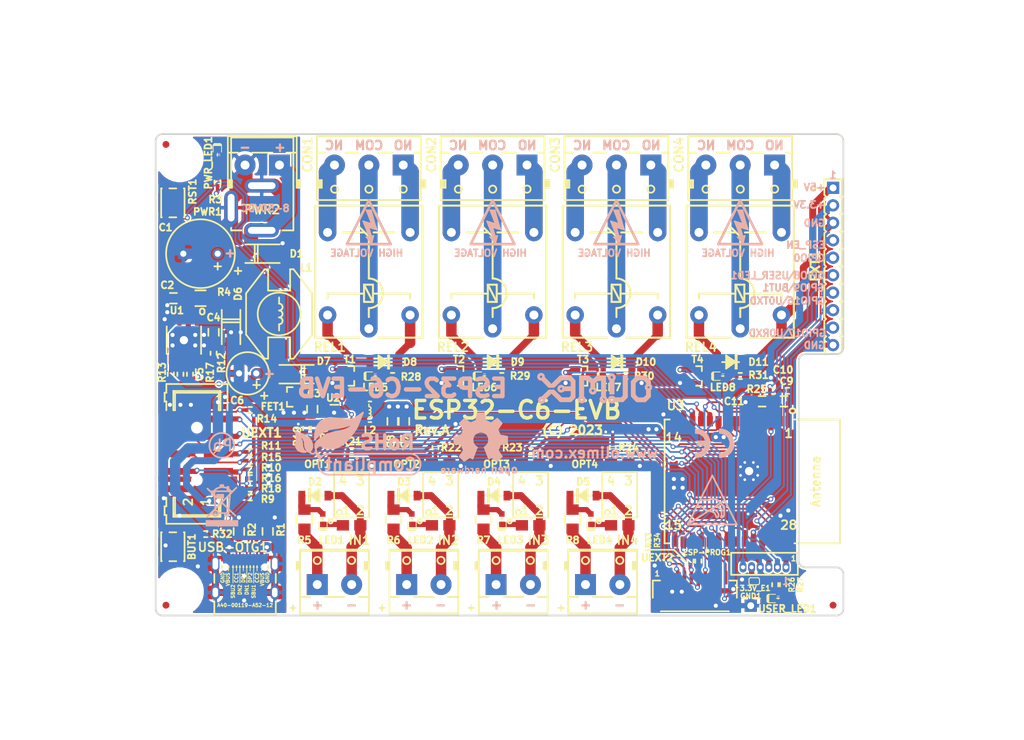
<source format=kicad_pcb>
(kicad_pcb (version 20221018) (generator pcbnew)
  (title_block (title "ESP32-C6-EVB") (date "2023-03-31") (rev "A") (company "OLIMEX LTD.") (comment 1 "https://www.olimex.com"))
  (layers (0 "F.Cu" mixed) (31 "B.Cu" mixed) (34 "B.Paste" user) (35 "F.Paste" user) (36 "B.SilkS" user "B.Silkscreen") (37 "F.SilkS" user "F.Silkscreen") (38 "B.Mask" user) (39 "F.Mask" user) (44 "Edge.Cuts" user))
  (net 0 "")
  (net 1 "+5V")
  (net 2 "GND")
  (net 3 "Net-(C5-Pad2)")
  (net 4 "Net-(CON1-Pad3)")
  (net 5 "Net-(CON1-Pad1)")
  (net 6 "Net-(CON1-Pad2)")
  (net 7 "Net-(CON2-Pad2)")
  (net 8 "Net-(CON2-Pad1)")
  (net 9 "Net-(CON2-Pad3)")
  (net 10 "Net-(D3-Pad2)")
  (net 11 "Net-(D5-Pad1)")
  (net 12 "/ESP_EN")
  (net 13 "Net-(L2-Pad1)")
  (net 14 "Net-(R19-Pad1)")
  (net 15 "Net-(LED3-Pad1)")
  (net 16 "Net-(D8-Pad2)")
  (net 17 "+3.3V")
  (net 18 "Net-(3.3V_E1-Pad1)")
  (net 19 "Net-(BUT1-Pad1)")
  (net 20 "/VIN")
  (net 21 "Net-(C4-Pad2)")
  (net 22 "Net-(C4-Pad1)")
  (net 23 "+5V_EXT")
  (net 24 "Net-(CON3-Pad3)")
  (net 25 "Net-(CON3-Pad1)")
  (net 26 "Net-(CON3-Pad2)")
  (net 27 "Net-(CON4-Pad3)")
  (net 28 "Net-(CON4-Pad1)")
  (net 29 "Net-(CON4-Pad2)")
  (net 30 "Net-(D2-Pad1)")
  (net 31 "Net-(D2-Pad2)")
  (net 32 "Net-(D3-Pad1)")
  (net 33 "Net-(D4-Pad2)")
  (net 34 "Net-(D4-Pad1)")
  (net 35 "Net-(D5-Pad2)")
  (net 36 "Net-(D9-Pad2)")
  (net 37 "Net-(D10-Pad2)")
  (net 38 "Net-(D11-Pad2)")
  (net 39 "/GPIO16\\U0TXD")
  (net 40 "/GPIO9\\BUT1")
  (net 41 "/GPIO17\\U0RXD")
  (net 42 "/GPIO8\\USER_LED1")
  (net 43 "/GPIO0")
  (net 44 "+5V_USB")
  (net 45 "Net-(FID1-PadFid1)")
  (net 46 "Net-(FID2-PadFid1)")
  (net 47 "Net-(FID3-PadFid1)")
  (net 48 "Net-(IN1-Pad1)")
  (net 49 "Net-(IN2-Pad1)")
  (net 50 "Net-(IN3-Pad1)")
  (net 51 "Net-(IN4-Pad1)")
  (net 52 "Net-(LED1-Pad1)")
  (net 53 "Net-(LED2-Pad1)")
  (net 54 "Net-(LED4-Pad1)")
  (net 55 "Net-(LED5-Pad2)")
  (net 56 "Net-(LED6-Pad2)")
  (net 57 "Net-(LED7-Pad2)")
  (net 58 "Net-(LED8-Pad2)")
  (net 59 "/GPIO1\\In1")
  (net 60 "/GPIO2\\In2")
  (net 61 "/GPIO3\\In3")
  (net 62 "/GPIO15\\In4")
  (net 63 "/CC2")
  (net 64 "/CC1")
  (net 65 "/ILIM")
  (net 66 "/GPIO5\\LP_UART_TXD")
  (net 67 "/GPIO7\\LP_I2C_SCL")
  (net 68 "Net-(R12-Pad1)")
  (net 69 "/GPIO21\\SPI2CS0(CS#)\\SDIO_CD")
  (net 70 "/GPIO6\\LP_I2C_SDA")
  (net 71 "/GPIO4\\LP_UART_RXD")
  (net 72 "Net-(R27-Pad2)")
  (net 73 "/GPIO10\\REL1")
  (net 74 "/GPIO11\\REL2")
  (net 75 "/GPIO22\\REL3")
  (net 76 "/GPIO23\\REL4")
  (net 77 "Net-(U1-Pad7)")
  (net 78 "Net-(U1-Pad6)")
  (net 79 "Net-(U3-Pad22)")
  (net 80 "/GPIO20\\SPI2Q(MISO)\\SDIO_DATA0")
  (net 81 "/GPIO19\\SPI2CLK(CLK)\\SDIO_CLK")
  (net 82 "/GPIO18\\SPI2D(MOSI)\\SDIO_CMD")
  (net 83 "/GPIO13\\USB_D+")
  (net 84 "/GPIO12\\USB_D-")
  (net 85 "Net-(USB-OTG1-PadA8)")
  (net 86 "Net-(USB-OTG1-PadB8)")
  (net 87 "Net-(PWR_LED1-Pad2)")
  (footprint "OLIMEX_Buttons-FP:YTS-A016-X" (layer "F.Cu") (at 92.5 115 -90)
    (fp_text reference "BUT1")
    (fp_text value "YTS-A016-X" hide)
  )
  (footprint "OLIMEX_RLC-FP:C_0603_5MIL_DWS" (layer "F.Cu") (at 98.425 83.82 -90)
    (fp_text reference "C4")
    (fp_text value "100nF/100V/10%/X7R/C0603")
  )
  (footprint "OLIMEX_RLC-FP:C_0603_5MIL_DWS" (layer "F.Cu") (at 178.181 93.853 180)
    (fp_text reference "C11")
    (fp_text value "1uF/10V/10%/X5R/C0603")
  )
  (footprint "OLIMEX_Connectors-FP:TB3-DG306-5.0_3P" (layer "F.Cu") (at 139 59.5 180)
    (fp_text reference "CON2")
    (fp_text value "DG306-5.0-3P")
  )
  (footprint "OLIMEX_Connectors-FP:TB3-DG306-5.0_3P" (layer "F.Cu") (at 157 59.5 180)
    (fp_text reference "CON3")
    (fp_text value "DG306-5.0-3P")
  )
  (footprint "OLIMEX_Connectors-FP:TB3-DG306-5.0_3P" (layer "F.Cu") (at 175 59.5 180)
    (fp_text reference "CON4")
    (fp_text value "DG306-5.0-3P")
  )
  (footprint "OLIMEX_Diodes-FP:SMA-KA" (layer "F.Cu") (at 105.537 72.39)
    (fp_text reference "D1")
    (fp_text value "SMAJ58A/SMA")
  )
  (footprint "OLIMEX_Diodes-FP:SOD-123_1C-2A_KA" (layer "F.Cu") (at 113.157 107.569)
    (fp_text reference "D2")
    (fp_text value "1N4148W(SOD-123)")
  )
  (footprint "OLIMEX_Diodes-FP:SOD-123_1C-2A_KA" (layer "F.Cu") (at 126.111 107.569)
    (fp_text reference "D3")
    (fp_text value "1N4148W(SOD-123)")
  )
  (footprint "OLIMEX_Diodes-FP:SOD-123_1C-2A_KA" (layer "F.Cu") (at 139.192 107.569)
    (fp_text reference "D4")
    (fp_text value "1N4148W(SOD-123)")
  )
  (footprint "OLIMEX_Diodes-FP:SMA-KA" (layer "F.Cu") (at 100.965 83.058 -90)
    (fp_text reference "D6")
    (fp_text value "SS310/SMA")
  )
  (footprint "OLIMEX_Diodes-FP:SMA-KA" (layer "F.Cu") (at 110.49 89.916 180)
    (fp_text reference "D7")
    (fp_text value "1N5822/SS34/SMA")
  )
  (footprint "OLIMEX_Other-FP:Fiducial1x3" (layer "F.Cu") (at 91.5 123.5)
    (fp_text reference "FID1" hide)
    (fp_text value "Fiducial" hide)
  )
  (footprint "OLIMEX_Other-FP:Fiducial1x3" (layer "F.Cu") (at 91.5 56.5)
    (fp_text reference "FID2" hide)
    (fp_text value "Fiducial" hide)
  )
  (footprint "OLIMEX_Connectors-FP:TB2-DG306-5.0_2P" (layer "F.Cu") (at 129 120.5)
    (fp_text reference "IN2")
    (fp_text value "DG306-5.0-2P")
  )
  (footprint "OLIMEX_Connectors-FP:TB2-DG306-5.0_2P" (layer "F.Cu") (at 142 120.5)
    (fp_text reference "IN3")
    (fp_text value "DG306-5.0-2P")
  )
  (footprint "OLIMEX_Connectors-FP:TB2-DG306-5.0_2P" (layer "F.Cu") (at 155 120.5)
    (fp_text reference "IN4")
    (fp_text value "DG306-5.0-2P")
  )
  (footprint "OLIMEX_LEDs-FP:LED_0603_KA" (layer "F.Cu") (at 114.3 110.998 90)
    (fp_text reference "LED1")
    (fp_text value "LED/RED/0603")
  )
  (footprint "OLIMEX_LEDs-FP:LED_0603_KA" (layer "F.Cu") (at 127.254 110.998 90)
    (fp_text reference "LED2")
    (fp_text value "LED/RED/0603")
  )
  (footprint "OLIMEX_LEDs-FP:LED_0603_KA" (layer "F.Cu") (at 140.335 110.998 90)
    (fp_text reference "LED3")
    (fp_text value "LED/RED/0603")
  )
  (footprint "OLIMEX_LEDs-FP:LED_0603_KA" (layer "F.Cu") (at 153.289 110.998 90)
    (fp_text reference "LED4")
    (fp_text value "LED/RED/0603")
  )
  (footprint "OLIMEX_LEDs-FP:LED_0603_KA" (layer "F.Cu") (at 137.795 90.17)
    (fp_text reference "LED6")
    (fp_text value "LED/GREEN/0603")
  )
  (footprint "OLIMEX_LEDs-FP:LED_0603_KA" (layer "F.Cu") (at 155.829 90.17)
    (fp_text reference "LED7")
    (fp_text value "LED/GREEN/0603")
  )
  (footprint "OLIMEX_LEDs-FP:LED_0603_KA" (layer "F.Cu") (at 172.466 90.17)
    (fp_text reference "LED8")
    (fp_text value "LED/GREEN/0603")
  )
  (footprint "OLIMEX_Devices-FP:H11A817C_SMD(PC817X3NIP06)_FP" (layer "F.Cu") (at 131.445 107.442)
    (fp_text reference "OPT2")
    (fp_text value "PC817CS_CYPC817(C-TP2)")
  )
  (footprint "OLIMEX_Devices-FP:H11A817C_SMD(PC817X3NIP06)_FP" (layer "F.Cu") (at 144.526 107.442)
    (fp_text reference "OPT3")
    (fp_text value "PC817CS_CYPC817(C-TP2)")
  )
  (footprint "OLIMEX_Connectors-FP:TB2-DG306-5.0_2P" (layer "F.Cu") (at 105.5 59.5 180)
    (fp_text reference "PWR2")
    (fp_text value "NA(DG306-5.0-2P)")
  )
  (footprint "OLIMEX_RLC-FP:R_0603_5MIL_DWS" (layer "F.Cu") (at 106.299 112.776 -90)
    (fp_text reference "R1")
    (fp_text value "5.1k/R0603")
  )
  (footprint "OLIMEX_RLC-FP:R_1206_5MIL_DWS" (layer "F.Cu") (at 96.52 78.867 180)
    (fp_text reference "R4")
    (fp_text value "0.03R/1%/R1206")
  )
  (footprint "OLIMEX_RLC-FP:R_1206_5MIL_DWS" (layer "F.Cu") (at 111.633 110.998 90)
    (fp_text reference "R5")
    (fp_text value "3.9k/R1206")
  )
  (footprint "OLIMEX_RLC-FP:R_1206_5MIL_DWS" (layer "F.Cu") (at 124.587 110.998 90)
    (fp_text reference "R6")
    (fp_text value "3.9k/R1206")
  )
  (footprint "OLIMEX_RLC-FP:R_1206_5MIL_DWS" (layer "F.Cu") (at 137.668 110.998 90)
    (fp_text reference "R7")
    (fp_text value "3.9k/R1206")
  )
  (footprint "OLIMEX_RLC-FP:R_1206_5MIL_DWS" (layer "F.Cu") (at 150.622 110.998 90)
    (fp_text reference "R8")
    (fp_text value "3.9k/R1206")
  )
  (footprint "OLIMEX_RLC-FP:R_0402_5MIL_DWS" (layer "F.Cu") (at 98.425 86.868 90)
    (fp_text reference "R12")
    (fp_text value "4.7R/R0402")
  )
  (footprint "OLIMEX_RLC-FP:R_0402_5MIL_DWS" (layer "F.Cu") (at 92.202 89.916 -90)
    (fp_text reference "R13")
    (fp_text value "5.23k/1%/R0402")
  )
  (footprint "OLIMEX_RLC-FP:R_0402_5MIL_DWS" (layer "F.Cu") (at 94.996 89.916 90)
    (fp_text reference "R17")
    (fp_text value "30.1k/1%/R0402")
  )
  (footprint "OLIMEX_RLC-FP:R_0402_5MIL_DWS" (layer "F.Cu") (at 111.887 97.79 -90)
    (fp_text reference "R19")
    (fp_text value "220k/R0402")
  )
  (footprint "OLIMEX_RLC-FP:R_0402_5MIL_DWS" (layer "F.Cu") (at 113.03 97.79 -90)
    (fp_text reference "R20")
    (fp_text value "49.9k/1%/R0402")
  )
  (footprint "OLIMEX_RLC-FP:R_0402_5MIL_DWS" (layer "F.Cu") (at 118.491 101.092)
    (fp_text reference "R21")
    (fp_text value "47k/R0402")
  )
  (footprint "OLIMEX_RLC-FP:R_0402_5MIL_DWS" (layer "F.Cu") (at 130.683 100.584 90)
    (fp_text reference "R22")
    (fp_text value "47k/R0402")
  )
  (footprint "OLIMEX_RLC-FP:R_0402_5MIL_DWS" (layer "F.Cu") (at 144.526 101.092)
    (fp_text reference "R23")
    (fp_text value "47k/R0402")
  )
  (footprint "OLIMEX_RLC-FP:R_0402_5MIL_DWS" (layer "F.Cu") (at 156.464 100.584 90)
    (fp_text reference "R24")
    (fp_text value "47k/R0402")
  )
  (footprint "OLIMEX_RLC-FP:R_0402_5MIL_DWS" (layer "F.Cu") (at 181.229 120.523 -90)
    (fp_text reference "R27")
    (fp_text value "2.2k/R0402")
  )
  (footprint "OLIMEX_RLC-FP:R_0402_5MIL_DWS" (layer "F.Cu") (at 140.335 90.17)
    (fp_text reference "R29")
    (fp_text value "2.2k/R0402")
  )
  (footprint "OLIMEX_RLC-FP:R_0402_5MIL_DWS" (layer "F.Cu") (at 175.006 90.17)
    (fp_text reference "R31")
    (fp_text value "2.2k/R0402")
  )
  (footprint "OLIMEX_Relays-FP:Relay_RAS-05-15" (layer "F.Cu") (at 139 75 -90)
    (fp_text reference "REL2")
    (fp_text value "RAS-0515")
  )
  (footprint "OLIMEX_Relays-FP:Relay_RAS-05-15" (layer "F.Cu") (at 175 75 -90)
    (fp_text reference "REL4")
    (fp_text value "RAS-0515")
  )
  (footprint "OLIMEX_Buttons-FP:YTS-A016-X" (layer "F.Cu") (at 92.5 65 90)
    (fp_text reference "RST1")
    (fp_text value "YTS-A016-X" hide)
  )
  (footprint "OLIMEX_Transistors-FP:SOT23" (layer "F.Cu") (at 134.112 90.17 180)
    (fp_text reference "T2")
    (fp_text value "LMUN2235LT1G(SOT-23)")
  )
  (footprint "OLIMEX_Transistors-FP:SOT23" (layer "F.Cu") (at 152.146 90.17 180)
    (fp_text reference "T3")
    (fp_text value "LMUN2235LT1G(SOT-23)")
  )
  (footprint "OLIMEX_Transistors-FP:SOT23" (layer "F.Cu") (at 168.783 90.17 180)
    (fp_text reference "T4")
    (fp_text value "LMUN2235LT1G(SOT-23)")
  )
  (footprint "OLIMEX_RLC-FP:CPOL-RM5mm_10.0x16.0mm_PTH" (layer "F.Cu") (at 96.52 72.39 180)
    (fp_text reference "C1")
    (fp_text value "100uF/63V/20%/10x13MM/Low_ESR/RM5")
  )
  (footprint "OLIMEX_RLC-FP:C_0603_5MIL_DWS" (layer "F.Cu") (at 92.583 78.867 180)
    (fp_text reference "C2")
    (fp_text value "100nF/100V/10%/X7R/C0603")
  )
  (footprint "OLIMEX_Regulators-FP:ESOIC-8" (layer "F.Cu") (at 94.107 84.963 180)
    (fp_text reference "U1")
    (fp_text value "TX4138(ESOIC-8)")
  )
  (footprint "OLIMEX_RLC-FP:CPOL-RM2.5mm_6.3x11mm_PTH" (layer "F.Cu") (at 103.378 89.789 180)
    (fp_text reference "C6")
    (fp_text value "470uF/10V/20%/Low_ESR/RM2.5/6.0x11mm")
  )
  (footprint "OLIMEX_Devices-FP:H11A817C_SMD(PC817X3NIP06)_FP" (layer "F.Cu") (at 157.48 107.442)
    (fp_text reference "OPT4")
    (fp_text value "PC817CS_CYPC817(C-TP2)")
  )
  (footprint "OLIMEX_RLC-FP:C_0603_5MIL_DWS" (layer "F.Cu") (at 124.46 96.774 -90)
    (fp_text reference "C8")
    (fp_text value "22uF/6.3V/20%/X5R/C0603")
  )
  (footprint "OLIMEX_Regulators-FP:SOT-23-5" (layer "F.Cu") (at 115.951 95.758)
    (fp_text reference "U2")
    (fp_text value "SY8089AAAC(SOT23-5)")
  )
  (footprint "OLIMEX_RLC-FP:C_0603_5MIL_DWS" (layer "F.Cu") (at 112.776 94.996 -90)
    (fp_text reference "C3")
    (fp_text value "22uF/6.3V/20%/X5R/C0603")
  )
  (footprint "OLIMEX_RLC-FP:R_0402_5MIL_DWS" (layer "F.Cu") (at 158.369 90.17)
    (fp_text reference "R30")
    (fp_text value "2.2k/R0402")
  )
  (footprint "OLIMEX_RLC-FP:R_0603_5MIL_DWS" (layer "F.Cu") (at 102.108 112.776 -90)
    (fp_text reference "R2")
    (fp_text value "5.1k/R0603")
  )
  (footprint "OLIMEX_RLC-FP:C_0603_5MIL_DWS" (layer "F.Cu") (at 181.356 93.853)
    (fp_text reference "C9")
    (fp_text value "22uF/6.3V/20%/X5R/C0603")
  )
  (footprint "OLIMEX_RLC-FP:C_0402_5MIL_DWS" (layer "F.Cu") (at 181.864 92.329 180)
    (fp_text reference "C10")
    (fp_text value "100nF/10V/10%/X7R/C0402")
  )
  (footprint "OLIMEX_Connectors-FP:HN1x10" (layer "F.Cu") (at 188.5 74.25 -90)
    (fp_text reference "EXT1")
    (fp_text value "NA(HN1x10)")
  )
  (footprint "OLIMEX_Other-FP:Mounting_Hole_Drill-3.3mm_Clerance-7mm" (layer "F.Cu") (at 93.5 58.5)
    (fp_text reference "MH2" hide)
    (fp_text value "Mounting_Hole_NPTH" hide)
  )
  (footprint "OLIMEX_Other-FP:Mounting_Hole_Drill-3.3mm_Clerance-7mm" (layer "F.Cu") (at 186.5 58.5)
    (fp_text reference "MH3" hide)
    (fp_text value "Mounting_Hole_NPTH" hide)
  )
  (footprint "OLIMEX_Other-FP:Mounting_Hole_Drill-3.3mm_Clerance-7mm" (layer "F.Cu") (at 186.5 121.5)
    (fp_text reference "MH4" hide)
    (fp_text value "Mounting_Hole_NPTH" hide)
  )
  (footprint "OLIMEX_Other-FP:Fiducial1x3" (layer "F.Cu") (at 188.5 123.5)
    (fp_text reference "FID3" hide)
    (fp_text value "Fiducial" hide)
  )
  (footprint "OLIMEX_Other-FP:Mounting_Hole_Drill-3.3mm_Clerance-7mm" (layer "F.Cu") (at 93.5 121.5)
    (fp_text reference "MH1" hide)
    (fp_text value "Mounting_Hole_NPTH" hide)
  )
  (footprint "OLIMEX_Connectors-FP:USB2.0_TYPE-C(A40-00119-A52-12)" (layer "F.Cu") (at 103 120.5 -90)
    (fp_text reference "USB-OTG1")
    (fp_text value "USB-C-16P-F(A40-00119-A52-12)")
  )
  (footprint "OLIMEX_Jumpers-FP:SJ_1_SMALLER" (layer "F.Cu") (at 177.038 120.015)
    (fp_text reference "3.3V_E1")
    (fp_text value "Opened" hide)
  )
  (footprint "OLIMEX_RLC-FP:R_0402_5MIL_DWS" (layer "F.Cu") (at 180.086 120.523 -90)
    (fp_text reference "R26")
    (fp_text value "10k/R0402")
  )
  (footprint "OLIMEX_RLC-FP:R_0402_5MIL_DWS" (layer "F.Cu") (at 124.46 90.17)
    (fp_text reference "R28")
    (fp_text value "2.2k/R0402")
  )
  (footprint "OLIMEX_LEDs-FP:LED_0603_KA" (layer "F.Cu") (at 121.92 90.17)
    (fp_text reference "LED5")
    (fp_text value "LED/GREEN/0603")
  )
  (footprint "OLIMEX_Diodes-FP:SOD-123_1C-2A_KA" (layer "F.Cu") (at 173.609 88.138 180)
    (fp_text reference "D11")
    (fp_text value "1N4148W(SOD-123)")
  )
  (footprint "OLIMEX_Diodes-FP:SOD-123_1C-2A_KA" (layer "F.Cu") (at 156.972 88.138 180)
    (fp_text reference "D10")
    (fp_text value "1N4148W(SOD-123)")
  )
  (footprint "OLIMEX_Diodes-FP:SOD-123_1C-2A_KA" (layer "F.Cu") (at 138.938 88.138 180)
    (fp_text reference "D9")
    (fp_text value "1N4148W(SOD-123)")
  )
  (footprint "OLIMEX_Diodes-FP:SOD-123_1C-2A_KA" (layer "F.Cu") (at 123.063 88.138 180)
    (fp_text reference "D8")
    (fp_text value "1N4148W(SOD-123)")
  )
  (footprint "OLIMEX_Devices-FP:H11A817C_SMD(PC817X3NIP06)_FP" (layer "F.Cu") (at 118.491 107.442)
    (fp_text reference "OPT1")
    (fp_text value "PC817CS_CYPC817(C-TP2)")
  )
  (footprint "OLIMEX_Diodes-FP:SOD-123_1C-2A_KA" (layer "F.Cu") (at 152.146 107.569)
    (fp_text reference "D5")
    (fp_text value "1N4148W(SOD-123)")
  )
  (footprint "OLIMEX_Transistors-FP:SOT23" (layer "F.Cu") (at 109.728 93.218)
    (fp_text reference "FET1")
    (fp_text value "WPM2015-3/TR")
  )
  (footprint "OLIMEX_RLC-FP:C_0603_5MIL_DWS" (layer "F.Cu") (at 126.111 96.774 -90)
    (fp_text reference "C7")
    (fp_text value "22uF/6.3V/20%/X5R/C0603")
  )
  (footprint "OLIMEX_RLC-FP:CD32" (layer "F.Cu") (at 121.158 95.377)
    (fp_text reference "L2")
    (fp_text value "2.2uH/1.5A/DCR=72mR/20%/3.00x3.00x1.50mm/CD32(NR3015T2R2M)")
  )
  (footprint "OLIMEX_RLC-FP:R_0402_5MIL_DWS" (layer "F.Cu") (at 179.832 92.329 180)
    (fp_text reference "R25")
    (fp_text value "10k/R0402")
  )
  (footprint "OLIMEX_Connectors-FP:GBH-254-SMT-10" (layer "F.Cu") (at 96 101.5 90)
    (fp_text reference "UEXT1")
    (fp_text value "P-B-V-10-LF")
  )
  (footprint "OLIMEX_RLC-FP:R_0402_5MIL_DWS" (layer "F.Cu") (at 168.91 117.094 -90)
    (fp_text reference "R34")
    (fp_text value "NA(2.2k/R0402)")
  )
  (footprint "OLIMEX_LEDs-FP:LED_0603_KA" (layer "F.Cu") (at 180.5 122.5)
    (fp_text reference "USER_LED1")
    (fp_text value "LED/GREEN/0603")
  )
  (footprint "OLIMEX_Other-FP:TEST_PAD40x70_SQUARE" (layer "F.Cu") (at 176.53 123.571)
    (fp_text reference "GND1")
    (fp_text value "TESTPAD" hide)
  )
  (footprint "OLIMEX_Cases-FP:ESP32-C6-WROOM-1-xx-UNIVERSAL_MODULE" (layer "F.Cu") (at 176.75 105.5 -90)
    (fp_text reference "U3")
    (fp_text value "ESP32-C6-WROOM-1-N4")
  )
  (footprint "OLIMEX_RLC-FP:R_0402_5MIL_DWS" (layer "F.Cu") (at 97.282 113.157 180)
    (fp_text reference "R32")
    (fp_text value "100R/R0402")
  )
  (footprint "OLIMEX_RLC-FP:R_0402_5MIL_DWS" (layer "F.Cu") (at 103.759 106.553 180)
    (fp_text reference "R18")
    (fp_text value "NA/R0402")
  )
  (footprint "OLIMEX_RLC-FP:R_0402_5MIL_DWS" (layer "F.Cu") (at 103.759 105.029 180)
    (fp_text reference "R16")
    (fp_text value "10k/R0402")
  )
  (footprint "OLIMEX_RLC-FP:R_0402_5MIL_DWS" (layer "F.Cu") (at 103.759 102.489 180)
    (fp_text reference "R15")
    (fp_text value "2.2k/R0402")
  )
  (footprint "OLIMEX_RLC-FP:R_0402_5MIL_DWS" (layer "F.Cu") (at 103.759 101.219 180)
    (fp_text reference "R11")
    (fp_text value "2.2k/R0402")
  )
  (footprint "OLIMEX_RLC-FP:R_0402_5MIL_DWS" (layer "F.Cu") (at 103.759 103.759 180)
    (fp_text reference "R10")
    (fp_text value "NA/R0402")
  )
  (footprint "OLIMEX_RLC-FP:R_0402_5MIL_DWS" (layer "F.Cu") (at 103.759 107.823 180)
    (fp_text reference "R9")
    (fp_text value "NA/R0402")
  )
  (footprint "OLIMEX_RLC-FP:R_0402_5MIL_DWS" (layer "F.Cu") (at 103.759 95.123 180)
    (fp_text reference "R14")
    (fp_text value "10k/R0402")
  )
  (footprint "OLIMEX_RLC-FP:R_0402_5MIL_DWS" (layer "F.Cu") (at 99 62 -90)
    (fp_text reference "R3")
    (fp_text value "2.2k/R0402")
  )
  (footprint "OLIMEX_LEDs-FP:LED_0603_KA" (layer "F.Cu") (at 99 58 -90)
    (fp_text reference "PWR_LED1")
    (fp_text value "LED/RED/0603")
  )
  (footprint "OLIMEX_Connectors-FP:PWRJ-2mm(YDJ-1136)" (layer "F.Cu") (at 100.675 69 -90)
    (fp_text reference "PWR1")
    (fp_text value "PWRJ-2mm(YDJ-1134)")
  )
  (footprint "OLIMEX_RLC-FP:C_0402_5MIL_DWS" (layer "F.Cu") (at 93.599 89.916 90)
    (fp_text reference "C5")
    (fp_text value "12pF/50V/5%/COG/C0402")
  )
  (footprint "OLIMEX_RLC-FP:DBS135" (layer "F.Cu") (at 107.95 81.153 -90)
    (fp_text reference "L1")
    (fp_text value "33uH/2.1A/DCR=0.1R/20%/DBS135(PD3316MT330)")
  )
  (footprint "OLIMEX_Transistors-FP:SOT23" (layer "F.Cu") (at 118.237 90.17 180)
    (fp_text reference "T1")
    (fp_text value "LMUN2235LT1G(SOT-23)")
  )
  (footprint "OLIMEX_Connectors-FP:TB2-DG306-5.0_2P" (layer "F.Cu") (at 116 120.5)
    (fp_text reference "IN1")
    (fp_text value "DG306-5.0-2P")
  )
  (footprint "OLIMEX_Relays-FP:Relay_RAS-05-15" (layer "F.Cu") (at 121 75 -90)
    (fp_text reference "REL1")
    (fp_text value "RAS-0515")
  )
  (footprint "OLIMEX_Connectors-FP:TB3-DG306-5.0_3P" (layer "F.Cu") (at 121 59.5 180)
    (fp_text reference "CON1")
    (fp_text value "DG306-5.0-3P")
  )
  (footprint "OLIMEX_Connectors-FP:WU06S" (layer "F.Cu") (at 178.532 117.983 180)
    (fp_text reference "ESP-PROG1")
    (fp_text value "NA(WU06S)")
  )
  (footprint "OLIMEX_Connectors-FP:SM10B-SRSS-TB" (layer "F.Cu") (at 168.4 121.8)
    (fp_text reference "UEXT2")
    (fp_text value "SM10B-SRSS-TB")
  )
  (footprint "OLIMEX_RLC-FP:R_0402_5MIL_DWS" (layer "F.Cu") (at 167.767 117.094 -90)
    (fp_text reference "R33")
    (fp_text value "NA(2.2k/R0402)")
  )
  (footprint "OLIMEX_Relays-FP:Relay_RAS-05-15" (layer "F.Cu") (at 157 75 -90)
    (fp_text reference "REL3")
    (fp_text value "RAS-0515")
  )
  (footprint "OLIMEX_Signs-FP:CE_Sign" (layer "B.Cu") (at 170.307 99.949 180)
    (fp_text reference "Sign_CE" hide)
    (fp_text value "CE_Sign" hide)
  )
  (footprint "OLIMEX_Signs-FP:Logo_OLIMEX_TB" (layer "B.Cu") (at 153.67 91.948 180)
    (fp_text reference "Logo_OLIMEX_TB" hide)
    (fp_text value "Logo_OLIMEX_TB" hide)
  )
  (footprint "OLIMEX_Signs-FP:Sign_Antistatic" (layer "B.Cu") (at 174.498 111.76 180)
    (fp_text reference "Sign_Antistatic" hide)
    (fp_text value "Sign_Antistatic" hide)
  )
  (footprint "OLIMEX_Signs-FP:Sign_High_Voltage" (layer "B.Cu") (at 121 71 180)
    (fp_text reference "Sign_High_Voltage" hide)
    (fp_text value "Sign_High_Voltage" hide)
  )
  (footprint "OLIMEX_Signs-FP:Sign_High_Voltage" (layer "B.Cu") (at 139 71 180)
    (fp_text reference "Sign_High_Voltage" hide)
    (fp_text value "Sign_High_Voltage" hide)
  )
  (footprint "OLIMEX_Signs-FP:Sign_High_Voltage" (layer "B.Cu") (at 157 71 180)
    (fp_text reference "Sign_High_Voltage" hide)
    (fp_text value "Sign_High_Voltage" hide)
  )
  (footprint "OLIMEX_Signs-FP:Sign_High_Voltage" (layer "B.Cu") (at 175 71 180)
    (fp_text reference "Sign_High_Voltage" hide)
    (fp_text value "Sign_High_Voltage" hide)
  )
  (footprint "OLIMEX_Signs-FP:Sign_OSHW_8x8" (layer "B.Cu") (at 137.287 99.568 180)
    (fp_text reference "Sign_OSHW_8x8" hide)
    (fp_text value "Sign_OSHW_8x8" hide)
  )
  (footprint "OLIMEX_Signs-FP:Sign_PB-Free" (layer "B.Cu") (at 99.822 99.949)
    (fp_text reference "Sign_PB-Free")
    (fp_text value "Sign_PB-Free")
  )
  (footprint "OLIMEX_Signs-FP:Sign_RecycleBin_1" (layer "B.Cu") (at 101.981 112.014 180)
    (fp_text reference "Sign_RecycleBin_1" hide)
    (fp_text value "Sign_RecycleBin_1" hide)
  )
  (footprint "OLIMEX_Signs-FP:Sign_RoHS_1" (layer "B.Cu") (at 127.508 103.886 180)
    (fp_text reference "Sign_RoHS_1" hide)
    (fp_text value "Sign_RoHS_1" hide)
  )
  (gr_line (start 165.354 115.443) (end 167.005 117.094) (stroke (width 0.254)) (layer "F.SilkS"))
  (gr_line (start 161.29 115.443) (end 165.354 115.443) (stroke (width 0.254)) (layer "F.SilkS"))
  (gr_line (start 90 56) (end 90 124) (stroke (width 0.254)) (layer "Edge.Cuts"))
  (gr_line (start 190 119) (end 190 124) (stroke (width 0.254)) (layer "Edge.Cuts"))
  (gr_arc (start 190 86) (mid 189.707107 86.707107) (end 189 87) (stroke (width 0.254)) (layer "Edge.Cuts"))
  (gr_arc (start 183.5 88) (mid 183.792893 87.292893) (end 184.5 87) (stroke (width 0.254)) (layer "Edge.Cuts"))
  (gr_arc (start 184.5 118) (mid 183.792893 117.707107) (end 183.5 117) (stroke (width 0.254)) (layer "Edge.Cuts"))
  (gr_arc (start 190 124) (mid 189.707107 124.707107) (end 189 125) (stroke (width 0.254)) (layer "Edge.Cuts"))
  (gr_arc (start 189 55) (mid 189.707107 55.292893) (end 190 56) (stroke (width 0.254)) (layer "Edge.Cuts"))
  (gr_arc (start 91 125) (mid 90.292893 124.707107) (end 90 124) (stroke (width 0.254)) (layer "Edge.Cuts"))
  (gr_arc (start 90 56) (mid 90.292893 55.292893) (end 91 55) (stroke (width 0.254)) (layer "Edge.Cuts"))
  (gr_line (start 184.5 87) (end 189 87) (stroke (width 0.254)) (layer "Edge.Cuts"))
  (gr_line (start 183.5 117) (end 183.5 88) (stroke (width 0.254)) (layer "Edge.Cuts"))
  (gr_line (start 91 125) (end 189 125) (stroke (width 0.254)) (layer "Edge.Cuts"))
  (gr_line (start 189 55) (end 91 55) (stroke (width 0.254)) (layer "Edge.Cuts"))
  (gr_line (start 189 118) (end 184.5 118) (stroke (width 0.254)) (layer "Edge.Cuts"))
  (gr_arc (start 189 118) (mid 189.707107 118.292893) (end 190 119) (stroke (width 0.254)) (layer "Edge.Cuts"))
  (gr_line (start 190 86) (end 190 56) (stroke (width 0.254)) (layer "Edge.Cuts"))
  (gr_text "www.olimex.com" (at 153.797 101.346) (layer "B.SilkS") (effects (font (size 1.524 1.524) (thickness 0.3175)) (justify mirror)))
  (gr_text "ESP32-C6-EVB" (at 125.857 91.948) (layer "B.SilkS") (effects (font (size 2.54 2.54) (thickness 0.635)) (justify mirror)))
  (gr_text "8-50VDC" (at 105.918 65.786) (layer "B.SilkS") (effects (font (size 1.016 1.016) (thickness 0.254)) (justify mirror)))
  (gr_text "+" (at 113.538 123.444) (layer "B.SilkS") (effects (font (size 1.27 1.27) (thickness 0.3175)) (justify mirror)))
  (gr_text "-" (at 118.491 123.444) (layer "B.SilkS") (effects (font (size 1.27 1.27) (thickness 0.3175)) (justify mirror)))
  (gr_text "+" (at 126.492 123.444) (layer "B.SilkS") (effects (font (size 1.27 1.27) (thickness 0.3175)) (justify mirror)))
  (gr_text "-" (at 131.445 123.444) (layer "B.SilkS") (effects (font (size 1.27 1.27) (thickness 0.3175)) (justify mirror)))
  (gr_text "-" (at 144.526 123.444) (layer "B.SilkS") (effects (font (size 1.27 1.27) (thickness 0.3175)) (justify mirror)))
  (gr_text "+" (at 139.573 123.444) (layer "B.SilkS") (effects (font (size 1.27 1.27) (thickness 0.3175)) (justify mirror)))
  (gr_text "+" (at 152.527 123.444) (layer "B.SilkS") (effects (font (size 1.27 1.27) (thickness 0.3175)) (justify mirror)))
  (gr_text "-" (at 157.48 123.444) (layer "B.SilkS") (effects (font (size 1.27 1.27) (thickness 0.3175)) (justify mirror)))
  (gr_text "1" (at 181.61 120.015) (layer "B.SilkS") (effects (font (size 1.016 1.016) (thickness 0.254)) (justify mirror)))
  (gr_text "1" (at 188.468 60.96) (layer "B.SilkS") (effects (font (size 1.016 1.016) (thickness 0.254)) (justify mirror)))
  (gr_text "+" (at 100.838 72.263) (layer "B.SilkS") (effects (font (size 1.27 1.27) (thickness 0.3175)) (justify mirror)))
  (gr_text "+" (at 106.553 89.789) (layer "B.SilkS") (effects (font (size 1.27 1.27) (thickness 0.3175)) (justify mirror)))
  (gr_text "GND" (at 185.801 67.945) (layer "B.SilkS") (effects (font (size 1.016 1.016) (thickness 0.254)) (justify mirror)))
  (gr_text "+5V" (at 185.801 62.738) (layer "B.SilkS") (effects (font (size 1.016 1.016) (thickness 0.254)) (justify mirror)))
  (gr_text "+3.3V" (at 185.039 65.278) (layer "B.SilkS") (effects (font (size 1.016 1.016) (thickness 0.254)) (justify mirror)))
  (gr_text "GPIO0" (at 185.039 73.025) (layer "B.SilkS") (effects (font (size 1.016 1.016) (thickness 0.254)) (justify mirror)))
  (gr_text "ESP_EN" (at 184.531 71.12) (layer "B.SilkS") (effects (font (size 1.016 1.016) (thickness 0.254)) (justify mirror)))
  (gr_text "GPIO8\\USER_LED1" (at 180.467 75.565) (layer "B.SilkS") (effects (font (size 1.016 1.016) (thickness 0.254)) (justify mirror)))
  (gr_text "GPIO9\\BUT1" (at 182.753 77.343) (layer "B.SilkS") (effects (font (size 1.016 1.016) (thickness 0.254)) (justify mirror)))
  (gr_text "GPIO17\\U0RXD" (at 181.864 83.947) (layer "B.SilkS") (effects (font (size 1.016 1.016) (thickness 0.254)) (justify mirror)))
  (gr_text "GND" (at 185.801 85.725) (layer "B.SilkS") (effects (font (size 1.016 1.016) (thickness 0.254)) (justify mirror)))
  (gr_text "GPIO16\\U0TXD" (at 181.864 79.248) (layer "B.SilkS") (effects (font (size 1.016 1.016) (thickness 0.254)) (justify mirror)))
  (gr_text "-" (at 102.997 56.896) (layer "B.SilkS") (effects (font (size 1.27 1.27) (thickness 0.3175)) (justify mirror)))
  (gr_text "+" (at 108.077 56.896) (layer "B.SilkS") (effects (font (size 1.27 1.27) (thickness 0.3175)) (justify mirror)))
  (gr_text "Rev.A" (at 130.175 98.044) (layer "F.SilkS") (effects (font (size 1.27 1.27) (thickness 0.3175))))
  (gr_text "(C) 2023" (at 150.622 98.044) (layer "F.SilkS") (effects (font (size 1.27 1.27) (thickness 0.3175))))
  (gr_text "+" (at 122.936 123.825) (layer "F.SilkS") (effects (font (size 1.016 1.016) (thickness 0.254))))
  (gr_text "+" (at 135.89 123.825) (layer "F.SilkS") (effects (font (size 1.016 1.016) (thickness 0.254))))
  (gr_text "+" (at 148.971 123.825) (layer "F.SilkS") (effects (font (size 1.016 1.016) (thickness 0.254))))
  (gr_text "1" (at 182.753 116.713) (layer "F.SilkS") (effects (font (size 0.762 0.762) (thickness 0.1905))))
  (gr_text "1" (at 186.182 62.865 90) (layer "F.SilkS") (effects (font (size 1.016 1.016) (thickness 0.254))))
  (gr_text "ESP32-C6-EVB" (at 142.494 95.123) (layer "F.SilkS") (effects (font (size 2.54 2.54) (thickness 0.508))))
  (gr_text "+" (at 109.982 123.825) (layer "F.SilkS") (effects (font (size 1.016 1.016) (thickness 0.254))))
  (segment (start 181 84.176) (end 181 83.922) (width 1.016) (layer "F.Cu") (net 1))
  (segment (start 114.651 94.808) (end 114.112 94.808) (width 0.508) (layer "F.Cu") (net 1))
  (segment (start 185.547 65.380752) (end 188.107752 62.82) (width 1.016) (layer "F.Cu") (net 1))
  (segment (start 118.491 95.758) (end 118.491 96.272988) (width 0.254) (layer "F.Cu") (net 1))
  (segment (start 112.99 89.916) (end 112.776 90.13) (width 1.524) (layer "F.Cu") (net 1))
  (segment (start 113.411 94.742) (end 114.046 94.742) (width 0.762) (layer "F.Cu") (net 1))
  (segment (start 114.112 94.808) (end 114.046 94.742) (width 0.508) (layer "F.Cu") (net 1))
  (segment (start 124.968 90.17) (end 125.349 90.17) (width 0.508) (layer "F.Cu") (net 1))
  (segment (start 145 84.108) (end 141.351 87.757) (width 1.016) (layer "F.Cu") (net 1))
  (segment (start 163 81.3) (end 163 84.142) (width 1.524) (layer "F.Cu") (net 1))
  (segment (start 112.776 94.107) (end 112.776 92.71) (width 1.016) (layer "F.Cu") (net 1))
  (segment (start 141.351 92.329) (end 140.97 92.71) (width 1.016) (layer "F.Cu") (net 1))
  (segment (start 140.97 92.71) (end 158.877 92.71) (width 1.524) (layer "F.Cu") (net 1))
  (segment (start 127 81.3) (end 127 85.362062) (width 1.524) (layer "F.Cu") (net 1))
  (segment (start 182.400854 80.419854) (end 184.178116 78.642592) (width 1.016) (layer "F.Cu") (net 1))
  (segment (start 158.872 88.138) (end 159.004 88.138) (width 0.508) (layer "F.Cu") (net 1))
  (segment (start 112.776 90.13) (end 112.776 92.71) (width 1.524) (layer "F.Cu") (net 1))
  (segment (start 114.935 92.71) (end 112.776 92.71) (width 1.524) (layer "F.Cu") (net 1))
  (segment (start 181 83.922) (end 181 81.3) (width 1.524) (layer "F.Cu") (net 1))
  (segment (start 114.935 92.71) (end 117.094 92.71) (width 1.524) (layer "F.Cu") (net 1))
  (segment (start 176.022 90.17) (end 176.022 88.9) (width 1.524) (layer "F.Cu") (net 1))
  (segment (start 117.094 92.71) (end 117.094 93.472) (width 1.016) (layer "F.Cu") (net 1))
  (segment (start 185.547 73.035379) (end 185.547 65.380752) (width 1.016) (layer "F.Cu") (net 1))
  (segment (start 99 63.433) (end 98.806 63.627) (width 0.508) (layer "F.Cu") (net 1))
  (segment (start 159.004 88.138) (end 159.258 87.884) (width 0.508) (layer "F.Cu") (net 1))
  (segment (start 177.038 88.138) (end 181 84.176) (width 1.016) (layer "F.Cu") (net 1))
  (segment (start 174.266641 92.71) (end 176.022 90.954641) (width 1.524) (layer "F.Cu") (net 1))
  (segment (start 125.095 92.71) (end 140.97 92.71) (width 1.524) (layer "F.Cu") (net 1))
  (segment (start 124.963 87.889) (end 125.349 87.503) (width 0.508) (layer "F.Cu") (net 1))
  (segment (start 159.258 90.17) (end 159.258 92.329) (width 1.016) (layer "F.Cu") (net 1))
  (segment (start 118.491 96.272988) (end 118.055988 96.708) (width 0.254) (layer "F.Cu") (net 1))
  (segment (start 176.784 88.138) (end 177.038 88.138) (width 1.016) (layer "F.Cu") (net 1))
  (segment (start 99 62.508) (end 99 63.433) (width 0.508) (layer "F.Cu") (net 1))
  (segment (start 125.349 87.013062) (end 125.349 87.503) (width 1.016) (layer "F.Cu") (net 1))
  (segment (start 158.877 90.17) (end 159.258 90.17) (width 0.508) (layer "F.Cu") (net 1))
  (segment (start 181 81.3) (end 181.520708 81.3) (width 1.524) (layer "F.Cu") (net 1))
  (segment (start 184.178116 78.642592) (end 184.178116 74.404263) (width 1.016) (layer "F.Cu") (net 1))
  (segment (start 145 81.3) (end 145 84.108) (width 1.524) (layer "F.Cu") (net 1))
  (segment (start 127 85.362062) (end 125.349 87.013062) (width 1.016) (layer "F.Cu") (net 1))
  (segment (start 112.482 89.535) (end 112.863 89.916) (width 0.762) (layer "F.Cu") (net 1))
  (segment (start 140.843 90.17) (end 141.351 90.17) (width 0.508) (layer "F.Cu") (net 1))
  (segment (start 159.258 87.884) (end 159.258 90.17) (width 1.016) (layer "F.Cu") (net 1))
  (segment (start 110.83544 92.2655) (end 112.3315 92.2655) (width 1.016) (layer "F.Cu") (net 1))
  (segment (start 124.963 88.138) (end 124.963 87.889) (width 0.508) (layer "F.Cu") (net 1))
  (segment (start 175.509 88.138) (end 176.784 88.138) (width 1.016) (layer "F.Cu") (net 1))
  (segment (start 158.877 92.71) (end 174.266641 92.71) (width 1.524) (layer "F.Cu") (net 1))
  (segment (start 117.094 92.71) (end 125.095 92.71) (width 1.524) (layer "F.Cu") (net 1))
  (segment (start 175.514 90.17) (end 176.022 90.17) (width 0.508) (layer "F.Cu") (net 1))
  (segment (start 111.506 89.535) (end 112.482 89.535) (width 0.762) (layer "F.Cu") (net 1))
  (segment (start 176.022 90.954641) (end 176.022 90.17) (width 1.524) (layer "F.Cu") (net 1))
  (segment (start 159.258 92.329) (end 158.877 92.71) (width 1.016) (layer "F.Cu") (net 1))
  (segment (start 112.776 94.107) (end 113.411 94.742) (width 0.762) (layer "F.Cu") (net 1))
  (segment (start 112.3315 92.2655) (end 112.776 92.71) (width 1.016) (layer "F.Cu") (net 1))
  (segment (start 125.349 87.503) (end 125.349 92.456) (width 1.016) (layer "F.Cu") (net 1))
  (segment (start 141.351 90.17) (end 141.351 92.329) (width 1.016) (layer "F.Cu") (net 1))
  (segment (start 125.349 92.456) (end 125.095 92.71) (width 1.016) (layer "F.Cu") (net 1))
  (segment (start 163 84.142) (end 159.258 87.884) (width 1.016) (layer "F.Cu") (net 1))
  (segment (start 184.178116 74.404263) (end 185.547 73.035379) (width 1.016) (layer "F.Cu") (net 1))
  (segment (start 176.022 88.9) (end 176.276 88.9) (width 1.016) (layer "F.Cu") (net 1))
  (segment (start 140.97 88.138) (end 141.351 87.757) (width 0.508) (layer "F.Cu") (net 1))
  (segment (start 141.351 87.757) (end 141.351 90.17) (width 1.016) (layer "F.Cu") (net 1))
  (segment (start 117.251 96.708) (end 118.055988 96.708) (width 0.508) (layer "F.Cu") (net 1))
  (segment (start 176.276 88.9) (end 177.038 88.138) (width 1.016) (layer "F.Cu") (net 1))
  (segment (start 181.520708 81.3) (end 182.400854 80.419854) (width 1.524) (layer "F.Cu") (net 1))
  (segment (start 140.838 88.138) (end 140.97 88.138) (width 0.508) (layer "F.Cu") (net 1))
  (segment (start 188.107752 62.82) (end 188.5 62.82) (width 1.016) (layer "F.Cu") (net 1))
  (via (at 111.506 89.535) (size 0.7) (drill 0.4) (layers "F.Cu" "B.Cu") (net 1))
  (via (at 98.806 63.627) (size 0.7) (drill 0.4) (layers "F.Cu" "B.Cu") (net 1))
  (via (at 118.491 95.758) (size 0.7) (drill 0.4) (layers "F.Cu" "B.Cu") (net 1))
  (via (at 117.094 93.472) (size 0.7) (drill 0.4) (layers "F.Cu" "B.Cu") (net 1))
  (segment (start 102.743 67.45224) (end 102.743 64.00292) (width 0.254) (layer "B.Cu") (net 1))
  (segment (start 101.22408 62.484) (end 99.949 62.484) (width 0.254) (layer "B.Cu") (net 1))
  (segment (start 99.949 62.484) (end 98.806 63.627) (width 0.254) (layer "B.Cu") (net 1))
  (segment (start 117.094 94.361) (end 118.491 95.758) (width 0.254) (layer "B.Cu") (net 1))
  (segment (start 111.379 89.535) (end 109.22 87.376) (width 0.254) (layer "B.Cu") (net 1))
  (segment (start 101.6 68.59524) (end 102.743 67.45224) (width 0.254) (layer "B.Cu") (net 1))
  (segment (start 102.743 64.00292) (end 101.22408 62.484) (width 0.254) (layer "B.Cu") (net 1))
  (segment (start 109.22 87.376) (end 109.22 78.232) (width 0.254) (layer "B.Cu") (net 1))
  (segment (start 101.6 70.612) (end 101.6 68.59524) (width 0.254) (layer "B.Cu") (net 1))
  (segment (start 117.094 93.472) (end 117.094 94.361) (width 0.254) (layer "B.Cu") (net 1))
  (segment (start 109.22 78.232) (end 101.6 70.612) (width 0.254) (layer "B.Cu") (net 1))
  (segment (start 111.506 89.535) (end 111.379 89.535) (width 0.254) (layer "B.Cu") (net 1))
  (segment (start 106.426 103.251) (end 106.426 101.346) (width 1.524) (layer "F.Cu") (net 2))
  (segment (start 177.292 93.853) (end 177.292 92.01123) (width 1.016) (layer "F.Cu") (net 2))
  (segment (start 91.425 117.075) (end 91.425 114.823) (width 0.508) (layer "F.Cu") (net 2))
  (segment (start 98.68 116.587) (end 98.68 117.47) (width 0.508) (layer "F.Cu") (net 2))
  (segment (start 98.68 121.65) (end 102.854 121.65) (width 1.016) (layer "F.Cu") (net 2))
  (segment (start 177.907 117.983) (end 177.907 118.624182) (width 0.508) (layer "F.Cu") (net 2))
  (segment (start 132.969 103.251) (end 132.715 102.997) (width 1.016) (layer "F.Cu") (net 2))
  (segment (start 108.037 72.39) (end 108.077 72.39) (width 1.016) (layer "F.Cu") (net 2))
  (segment (start 186.817 74.168) (end 186.817 69.583) (width 1.016) (layer "F.Cu") (net 2))
  (segment (start 102.128 88.285) (end 100.965 87.122) (width 1.524) (layer "F.Cu") (net 2))
  (segment (start 91.948 81.153) (end 91.948 81.788) (width 1.016) (layer "F.Cu") (net 2))
  (segment (start 124.46 97.663) (end 124.333 97.79) (width 1.016) (layer "F.Cu") (net 2))
  (segment (start 94.02 72.39) (end 92.202 74.208) (width 2.032) (layer "F.Cu") (net 2))
  (segment (start 115.697 95.758) (end 112.903 95.758) (width 0.762) (layer "F.Cu") (net 2))
  (segment (start 102.108 111.887) (end 102.108 110.744) (width 1.016) (layer "F.Cu") (net 2))
  (segment (start 100.965 85.558) (end 99.528 85.558) (width 0.508) (layer "F.Cu") (net 2))
  (segment (start 160.655 91.186) (end 166.243 91.186) (width 0.762) (layer "F.Cu") (net 2))
  (segment (start 182.01 94.088) (end 182.245 93.853) (width 0.762) (layer "F.Cu") (net 2))
  (segment (start 107.32 116.591) (end 107.32 117.47) (width 0.508) (layer "F.Cu") (net 2))
  (segment (start 92.202 82.163) (end 91.561 82.163) (width 0.508) (layer "F.Cu") (net 2))
  (segment (start 106.299 111.887) (end 106.299 111.76) (width 1.016) (layer "F.Cu") (net 2))
  (segment (start 150.97506 91.186) (end 149.606 91.186) (width 0.762) (layer "F.Cu") (net 2))
  (segment (start 106.075 116.568) (end 106.662 116.568) (width 0.254) (layer "F.Cu") (net 2))
  (segment (start 182.01 108.477) (end 180.213 106.68) (width 1.016) (layer "F.Cu") (net 2))
  (segment (start 106.299 111.76) (end 107.315 110.744) (width 1.016) (layer "F.Cu") (net 2))
  (segment (start 92.202 77.216) (end 91.694 77.724) (width 1.016) (layer "F.Cu") (net 2))
  (segment (start 106.426 101.346) (end 108.585 99.187) (width 1.524) (layer "F.Cu") (net 2))
  (segment (start 100.975 65.7) (end 100.975 68.824) (width 2.032) (layer "F.Cu") (net 2))
  (segment (start 100.777 57.277) (end 103 59.5) (width 0.508) (layer "F.Cu") (net 2))
  (segment (start 98.0724 117.47) (end 98.0724 118.0094) (width 0.254) (layer "F.Cu") (net 2))
  (segment (start 91.186 107.95) (end 91.186 106.934) (width 1.016) (layer "F.Cu") (net 2))
  (segment (start 107.9276 121.2526) (end 107.32 120.645) (width 0.254) (layer "F.Cu") (net 2))
  (segment (start 158.75 102.997) (end 159.004 103.251) (width 1.016) (layer "F.Cu") (net 2))
  (segment (start 119.761 102.997) (end 120.015 103.251) (width 1.016) (layer "F.Cu") (net 2))
  (segment (start 99.423 116.568) (end 98.697 116.568) (width 0.508) (layer "F.Cu") (net 2))
  (segment (start 186.817 69.583) (end 188.5 67.9) (width 1.016) (layer "F.Cu") (net 2))
  (segment (start 182.372 93.726) (end 182.372 92.329) (width 0.762) (layer "F.Cu") (net 2))
  (segment (start 182.01 114.25) (end 182.01 115.589) (width 0.762) (layer "F.Cu") (net 2))
  (segment (start 182.8038 116.3828) (end 182.8038 118.9736) (width 0.508) (layer "F.Cu") (net 2))
  (segment (start 91.313 81.28) (end 91.694 80.899) (width 0.508) (layer "F.Cu") (net 2))
  (segment (start 107.32 121.65) (end 102.854 121.65) (width 1.016) (layer "F.Cu") (net 2))
  (segment (start 102.128 89.789) (end 98.679 89.789) (width 1.016) (layer "F.Cu") (net 2))
  (segment (start 115.951 95.504) (end 116.205 95.758) (width 0.508) (layer "F.Cu") (net 2))
  (segment (start 177.907 117.440254) (end 177.1307 116.663954) (width 0.508) (layer "F.Cu") (net 2))
  (segment (start 117.06606 91.186) (end 115.697 91.186) (width 0.508) (layer "F.Cu") (net 2))
  (segment (start 91.425 67.075) (end 91.425 68.438) (width 0.508) (layer "F.Cu") (net 2))
  (segment (start 91.425 112.925) (end 91.425 114.823) (width 0.508) (layer "F.Cu") (net 2))
  (segment (start 159.004 103.251) (end 160.401 103.251) (width 1.016) (layer "F.Cu") (net 2))
  (segment (start 182.01 110.89) (end 182.01 108.477) (width 1.016) (layer "F.Cu") (net 2))
  (segment (start 107.9276 117.47) (end 107.9276 115.4654) (width 0.508) (layer "F.Cu") (net 2))
  (segment (start 91.425 67.075) (end 91.425 64.785) (width 0.508) (layer "F.Cu") (net 2))
  (segment (start 96.814 69.596) (end 94.02 72.39) (width 2.032) (layer "F.Cu") (net 2))
  (segment (start 102.128 89.789) (end 102.128 88.285) (width 1.524) (layer "F.Cu") (net 2))
  (segment (start 165.354 105.156) (end 166.624 105.156) (width 1.016) (layer "F.Cu") (net 2))
  (segment (start 182.01 100.438) (end 181.864 100.584) (width 0.762) (layer "F.Cu") (net 2))
  (segment (start 100.965 85.558) (end 100.965 83.82) (width 1.016) (layer "F.Cu") (net 2))
  (segment (start 131.6355 91.1225) (end 133.00456 91.1225) (width 0.762) (layer "F.Cu") (net 2))
  (segment (start 175.895 93.853) (end 175.768 93.98) (width 1.016) (layer "F.Cu") (net 2))
  (segment (start 177.292 92.01123) (end 177.669476 91.633754) (width 1.016) (layer "F.Cu") (net 2))
  (segment (start 120.015 103.251) (end 121.412 103.251) (width 1.016) (layer "F.Cu") (net 2))
  (segment (start 91.694 77.724) (end 91.694 78.867) (width 1.016) (layer "F.Cu") (net 2))
  (segment (start 91.425 68.438) (end 91.821 68.834) (width 0.508) (layer "F.Cu") (net 2))
  (segment (start 100.965 85.558) (end 102.783 85.558) (width 0.508) (layer "F.Cu") (net 2))
  (segment (start 176.29 104) (end 181.864 104) (width 1.524) (layer "F.Cu") (net 2))
  (segment (start 106.325 116.568) (end 106.662 116.568) (width 0.508) (layer "F.Cu") (net 2))
  (segment (start 98.0724 118.0094) (end 98.68 118.617) (width 0.254) (layer "F.Cu") (net 2))
  (segment (start 98.0724 121.65) (end 98.0724 121.1316) (width 0.254) (layer "F.Cu") (net 2))
  (segment (start 115.951 97.663) (end 116.078 97.79) (width 0.762) (layer "F.Cu") (net 2))
  (segment (start 92.202 74.208) (end 92.202 76.708) (width 2.032) (layer "F.Cu") (net 2))
  (segment (start 165.1 121.539) (end 164.9 121.339) (width 0.508) (layer "F.Cu") (net 2))
  (segment (start 109.347 64.643) (end 109.347 71.12) (width 2.032) (layer "F.Cu") (net 2))
  (segment (start 110.109 95.504) (end 111.633 95.504) (width 1.016) (layer "F.Cu") (net 2))
  (segment (start 107.9276 118.0054) (end 107.32 118.613) (width 0.254) (layer "F.Cu") (net 2))
  (segment (start 116.205 95.758) (end 117.251 95.758) (width 0.508) (layer "F.Cu") (net 2))
  (segment (start 92.202 82.163) (end 92.202 82.042) (width 0.508) (layer "F.Cu") (net 2))
  (segment (start 107.204 62.5) (end 109.347 64.643) (width 2.032) (layer "F.Cu") (net 2))
  (segment (start 98.679 89.789) (end 96.774 91.694) (width 1.016) (layer "F.Cu") (net 2))
  (segment (start 104.267 106.553) (end 105.029 106.553) (width 0.508) (layer "F.Cu") (net 2))
  (segment (start 99.039 57.277) (end 100.777 57.277) (width 0.508) (layer "F.Cu") (net 2))
  (segment (start 177.669476 91.633754) (end 177.669476 89.457364) (width 1.016) (layer "F.Cu") (net 2))
  (segment (start 91.425 62.925) (end 91.425 64.785) (width 0.508) (layer "F.Cu") (net 2))
  (segment (start 110.744 95.504) (end 111.125 95.885) (width 1.016) (layer "F.Cu") (net 2))
  (segment (start 100.975 68.824) (end 100.203 69.596) (width 2.032) (layer "F.Cu") (net 2))
  (segment (start 91.54 106.58) (end 92.875 106.58) (width 0.762) (layer "F.Cu") (net 2))
  (segment (start 91.590286 91.694) (end 91.059 91.162714) (width 1.016) (layer "F.Cu") (net 2))
  (segment (start 107.32 118.613) (end 107.32 119.258) (width 1.016) (layer "F.Cu") (net 2))
  (segment (start 131.572 91.186) (end 131.6355 91.1225) (width 0.762) (layer "F.Cu") (net 2))
  (segment (start 167.67556 91.1225) (end 167.61206 91.186) (width 0.508) (layer "F.Cu") (net 2))
  (segment (start 91.186 106.934) (end 91.54 106.58) (width 0.762) (layer "F.Cu") (net 2))
  (segment (start 182.01 96.75) (end 182.01 100.438) (width 0.762) (layer "F.Cu") (net 2))
  (segment (start 182.01 115.589) (end 182.8038 116.3828) (width 0.508) (layer "F.Cu") (net 2))
  (segment (start 107.32 121.65) (end 107.32 120.645) (width 1.016) (layer "F.Cu") (net 2))
  (segment (start 111.125 95.885) (end 112.776 95.885) (width 1.016) (layer "F.Cu") (net 2))
  (segment (start 181.864 104) (end 181.864 100.584) (width 1.524) (layer "F.Cu") (net 2))
  (segment (start 100.975 65.7) (end 100.975 64.459014) (width 2.032) (layer "F.Cu") (net 2))
  (segment (start 115.951 95.504) (end 115.951 97.663) (width 0.762) (layer "F.Cu") (net 2))
  (segment (start 102.950014 59.549986) (end 102.950014 62.484) (width 2.286) (layer "F.Cu") (net 2))
  (segment (start 117.12956 91.1225) (end 117.06606 91.186) (width 0.508) (layer "F.Cu") (net 2))
  (segment (start 105.425 62.5) (end 107.204 62.5) (width 2.032) (layer "F.Cu") (net 2))
  (segment (start 98.697 116.568) (end 98.679 116.586) (width 0.508) (layer "F.Cu") (net 2))
  (segment (start 111.633 95.504) (end 110.744 95.504) (width 1.016) (layer "F.Cu") (net 2))
  (segment (start 105.409 62.484) (end 105.425 62.5) (width 2.032) (layer "F.Cu") (net 2))
  (segment (start 92.202 82.042) (end 91.948 81.788) (width 0.508) (layer "F.Cu") (net 2))
  (segment (start 145.796 102.997) (end 146.05 103.251) (width 1.016) (layer "F.Cu") (net 2))
  (segment (start 100.203 69.596) (end 96.814 69.596) (width 2.032) (layer "F.Cu") (net 2))
  (segment (start 102.362 83.82) (end 100.965 83.82) (width 1.016) (layer "F.Cu") (net 2))
  (segment (start 112.903 95.758) (end 112.776 95.885) (width 0.762) (layer "F.Cu") (net 2))
  (segment (start 185.674 81.45284) (end 185.674 75.311) (width 1.016) (layer "F.Cu") (net 2))
  (segment (start 102.950014 62.484) (end 105.409 62.484) (width 2.032) (layer "F.Cu") (net 2))
  (segment (start 106.426 103.251) (end 106.426 105.791) (width 1.016) (layer "F.Cu") (net 2))
  (segment (start 91.313 81.915) (end 91.313 81.28) (width 0.508) (layer "F.Cu") (net 2))
  (segment (start 151.03856 91.1225) (end 150.97506 91.186) (width 0.508) (layer "F.Cu") (net 2))
  (segment (start 183.941 85.68) (end 188.5 85.68) (width 0.762) (layer "F.Cu") (net 2))
  (segment (start 177.907 117.983) (end 177.907 117.440254) (width 0.508) (layer "F.Cu") (net 2))
  (segment (start 98.68 117.47) (end 98.68 118.617) (width 1.016) (layer "F.Cu") (net 2))
  (segment (start 104.267 107.823) (end 104.267 106.553) (width 0.508) (layer "F.Cu") (net 2))
  (segment (start 108.077 72.39) (end 108.331 72.136) (width 1.016) (layer "F.Cu") (net 2))
  (segment (start 99 57.238) (end 99.039 57.277) (width 0.508) (layer "F.Cu") (net 2))
  (segment (start 177.669476 89.457364) (end 185.674 81.45284) (width 1.016) (layer "F.Cu") (net 2))
  (segment (start 124.333 97.79) (end 116.078 97.79) (width 1.016) (layer "F.Cu") (net 2))
  (segment (start 98.0724 121.1316) (end 98.68 120.524) (width 0.254) (layer "F.Cu") (net 2))
  (segment (start 91.694 79.883) (end 91.694 80.899) (width 1.016) (layer "F.Cu") (net 2))
  (segment (start 109.347 71.12) (end 108.331 72.136) (width 2.032) (layer "F.Cu") (net 2))
  (segment (start 98.68 121.65) (end 98.68 120.524) (width 1.016) (layer "F.Cu") (net 2))
  (segment (start 167.61206 91.186) (end 166.243 91.186) (width 0.762) (layer "F.Cu") (net 2))
  (segment (start 96.774 91.694) (end 91.590286 91.694) (width 1.016) (layer "F.Cu") (net 2))
  (segment (start 182.372 92.329) (end 182.372 87.249) (width 0.762) (layer "F.Cu") (net 2))
  (segment (start 166.624 105.156) (end 172.466 105.156) (width 2.54) (layer "F.Cu") (net 2))
  (segment (start 107.297 116.568) (end 107.32 116.591) (width 0.508) (layer "F.Cu") (net 2))
  (segment (start 98.0724 117.47) (end 98.0724 115.2174) (width 0.508) (layer "F.Cu") (net 2))
  (segment (start 103 59.5) (end 102.950014 59.549986) (width 2.032) (layer "F.Cu") (net 2))
  (segment (start 107.9276 121.65) (end 107.9276 121.2526) (width 0.254) (layer "F.Cu") (net 2))
  (segment (start 91.059 82.169) (end 91.313 81.915) (width 1.016) (layer "F.Cu") (net 2))
  (segment (start 182.01 114.25) (end 182.01 110.89) (width 0.762) (layer "F.Cu") (net 2))
  (segment (start 108.585 99.187) (end 108.585 95.504) (width 1.524) (layer "F.Cu") (net 2))
  (segment (start 107.32 117.47) (end 107.32 118.613) (width 1.016) (layer "F.Cu") (net 2))
  (segment (start 115.951 95.504) (end 115.697 95.758) (width 0.762) (layer "F.Cu") (net 2))
  (segment (start 164.9 121.339) (end 164.9 119.7) (width 0.508) (layer "F.Cu") (net 2))
  (segment (start 92.202 76.708) (end 92.202 77.216) (width 1.016) (layer "F.Cu") (net 2))
  (segment (start 185.674 75.311) (end 186.817 74.168) (width 1.016) (layer "F.Cu") (net 2))
  (segment (start 146.05 103.251) (end 147.447 103.251) (width 1.016) (layer "F.Cu") (net 2))
  (segment (start 177.907 118.624182) (end 178.46333 119.180512) (width 0.508) (layer "F.Cu") (net 2))
  (segment (start 182.01 96.75) (end 182.01 94.088) (width 0.762) (layer "F.Cu") (net 2))
  (segment (start 91.059 91.162714) (end 91.059 82.169) (width 1.016) (layer "F.Cu") (net 2))
  (segment (start 126.111 97.663) (end 124.46 97.663) (width 1.016) (layer "F.Cu") (net 2))
  (segment (start 134.366 103.251) (end 132.969 103.251) (width 1.016) (layer "F.Cu") (net 2))
  (segment (start 99.925 116.568) (end 99.423 116.568) (width 0.254) (layer "F.Cu") (net 2))
  (segment (start 100.965 87.122) (end 100.965 85.558) (width 1.524) (layer "F.Cu") (net 2))
  (segment (start 182.245 93.853) (end 182.372 93.726) (width 0.762) (layer "F.Cu") (net 2))
  (segment (start 182.372 87.249) (end 183.941 85.68) (width 0.762) (layer "F.Cu") (net 2))
  (segment (start 99.675 116.568) (end 99.423 116.568) (width 0.508) (layer "F.Cu") (net 2))
  (segment (start 100.975 64.459014) (end 102.950014 62.484) (width 2.032) (layer "F.Cu") (net 2))
  (segment (start 91.694 79.883) (end 91.694 78.867) (width 1.016) (layer "F.Cu") (net 2))
  (segment (start 107.32 120.645) (end 107.32 119.258) (width 1.016) (layer "F.Cu") (net 2))
  (segment (start 98.68 118.617) (end 98.68 119.76) (width 1.016) (layer "F.Cu") (net 2))
  (segment (start 177.292 93.853) (end 175.895 93.853) (width 1.016) (layer "F.Cu") (net 2))
  (segment (start 91.561 82.163) (end 91.313 81.915) (width 0.508) (layer "F.Cu") (net 2))
  (segment (start 108.585 95.504) (end 110.109 95.504) (width 1.016) (layer "F.Cu") (net 2))
  (segment (start 166.624 106.426) (end 166.624 105.156) (width 1.016) (layer "F.Cu") (net 2))
  (segment (start 107.9276 117.47) (end 107.9276 118.0054) (width 0.254) (layer "F.Cu") (net 2))
  (segment (start 91.694 80.899) (end 91.948 81.153) (width 1.016) (layer "F.Cu") (net 2))
  (segment (start 98.68 120.524) (end 98.68 119.76) (width 1.016) (layer "F.Cu") (net 2))
  (segment (start 106.662 116.568) (end 107.297 116.568) (width 0.508) (layer "F.Cu") (net 2))
  (segment (start 98.679 116.586) (end 98.68 116.587) (width 0.508) (layer "F.Cu") (net 2))
  (via (at 91.694 80.899) (size 1) (drill 0.6) (layers "F.Cu" "B.Cu") (net 2))
  (via (at 91.313 81.915) (size 1) (drill 0.6) (layers "F.Cu" "B.Cu") (net 2))
  (via (at 110.109 95.504) (size 1) (drill 0.6) (layers "F.Cu" "B.Cu") (net 2))
  (via (at 181.991 109.728) (size 1) (drill 0.6) (layers "F.Cu" "B.Cu") (net 2))
  (via (at 176.149 110.236) (size 0.7) (drill 0.4) (layers "F.Cu" "B.Cu") (net 2))
  (via (at 162.56 117.729) (size 1) (drill 0.6) (layers "F.Cu" "B.Cu") (net 2))
  (via (at 180.848 110.49) (size 1) (drill 0.6) (layers "F.Cu" "B.Cu") (net 2))
  (via (at 171.45 123.571) (size 1) (drill 0.6) (layers "F.Cu" "B.Cu") (net 2))
  (via (at 175.26 119.761) (size 1) (drill 0.6) (layers "F.Cu" "B.Cu") (net 2))
  (via (at 166.497 121.539) (size 1) (drill 0.6) (layers "F.Cu" "B.Cu") (net 2))
  (via (at 106.426 104.521) (size 1) (drill 0.6) (layers "F.Cu" "B.Cu") (net 2))
  (via (at 106.426 105.791) (size 1) (drill 0.6) (layers "F.Cu" "B.Cu") (net 2))
  (via (at 95.123 94.361) (size 1) (drill 0.6) (layers "F.Cu" "B.Cu") (net 2))
  (via (at 93.599 94.361) (size 1) (drill 0.6) (layers "F.Cu" "B.Cu") (net 2))
  (via (at 92.075 94.361) (size 1) (drill 0.6) (layers "F.Cu" "B.Cu") (net 2))
  (via (at 91.44 114.808) (size 1) (drill 0.6) (layers "F.Cu" "B.Cu") (net 2))
  (via (at 93.472 110.49) (size 1) (drill 0.6) (layers "F.Cu" "B.Cu") (net 2))
  (via (at 107.315 110.744) (size 1) (drill 0.6) (layers "F.Cu" "B.Cu") (net 2))
  (via (at 108.458 70.866) (size 1) (drill 0.6) (layers "F.Cu" "B.Cu") (net 2))
  (via (at 96.139 117.856) (size 1) (drill 0.6) (layers "F.Cu" "B.Cu") (net 2))
  (via (at 102.87 122.809) (size 1) (drill 0.6) (layers "F.Cu" "B.Cu") (net 2))
  (via (at 102.87 119.253) (size 1) (drill 0.6) (layers "F.Cu" "B.Cu") (net 2))
  (via (at 163.83 95.758) (size 1) (drill 0.6) (layers "F.Cu" "B.Cu") (net 2))
  (via (at 160.655 91.186) (size 1) (drill 0.6) (layers "F.Cu" "B.Cu") (net 2))
  (via (at 91.186 107.95) (size 1) (drill 0.6) (layers "F.Cu" "B.Cu") (net 2))
  (via (at 108.585 95.504) (size 1) (drill 0.6) (layers "F.Cu" "B.Cu") (net 2))
  (via (at 115.697 91.186) (size 1) (drill 0.6) (layers "F.Cu" "B.Cu") (net 2))
  (via (at 100.965 83.82) (size 1) (drill 0.6) (layers "F.Cu" "B.Cu") (net 2))
  (via (at 102.362 83.82) (size 1) (drill 0.6) (layers "F.Cu" "B.Cu") (net 2))
  (via (at 111.633 95.504) (size 1) (drill 0.6) (layers "F.Cu" "B.Cu") (net 2))
  (via (at 165.354 106.426) (size 1) (drill 0.6) (layers "F.Cu" "B.Cu") (net 2))
  (via (at 160.401 103.251) (size 1) (drill 0.6) (layers "F.Cu" "B.Cu") (net 2))
  (via (at 166.624 106.426) (size 1) (drill 0.6) (layers "F.Cu" "B.Cu") (net 2))
  (via (at 131.572 91.186) (size 1) (drill 0.6) (layers "F.Cu" "B.Cu") (net 2))
  (via (at 149.606 91.186) (size 1) (drill 0.6) (layers "F.Cu" "B.Cu") (net 2))
  (via (at 115.951 95.504) (size 1) (drill 0.6) (layers "F.Cu" "B.Cu") (net 2))
  (via (at 166.243 91.186) (size 1) (drill 0.6) (layers "F.Cu" "B.Cu") (net 2))
  (via (at 134.366 103.251) (size 1) (drill 0.6) (layers "F.Cu" "B.Cu") (net 2))
  (via (at 91.694 79.883) (size 1) (drill 0.6) (layers "F.Cu" "B.Cu") (net 2))
  (via (at 165.354 105.156) (size 1) (drill 0.6) (layers "F.Cu" "B.Cu") (net 2))
  (via (at 102.108 110.744) (size 1) (drill 0.6) (layers "F.Cu" "B.Cu") (net 2))
  (via (at 175.768 93.98) (size 1) (drill 0.6) (layers "F.Cu" "B.Cu") (net 2))
  (via (at 165.1 121.539) (size 1) (drill 0.6) (layers "F.Cu" "B.Cu") (net 2))
  (via (at 166.624 105.156) (size 1) (drill 0.6) (layers "F.Cu" "B.Cu") (net 2))
  (via (at 106.426 103.251) (size 1) (drill 0.6) (layers "F.Cu" "B.Cu") (net 2))
  (via (at 147.447 103.251) (size 1) (drill 0.6) (layers "F.Cu" "B.Cu") (net 2))
  (via (at 121.412 103.251) (size 1) (drill 0.6) (layers "F.Cu" "B.Cu") (net 2))
  (segment (start 165.227 121.539) (end 167.259 123.571) (width 0.762) (layer "B.Cu") (net 2))
  (segment (start 92.583 64.77) (end 94.107 63.246) (width 1.524) (layer "B.Cu") (net 2))
  (segment (start 175.768 93.98) (end 175.768 100.965) (width 1.524) (layer "B.Cu") (net 2))
  (segment (start 177.907 120.289) (end 177.907 117.983) (width 0.762) (layer "B.Cu") (net 2))
  (segment (start 95.758 63.246) (end 98.933 60.071) (width 1.524) (layer "B.Cu") (net 2))
  (segment (start 91.186 107.95) (end 91.186 112.776) (width 1.016) (layer "B.Cu") (net 2))
  (segment (start 108.585 93.599) (end 107.569 92.583) (width 1.524) (layer "B.Cu") (net 2))
  (segment (start 176.53 121.666) (end 177.907 120.289) (width 0.762) (layer "B.Cu") (net 2))
  (segment (start 106.426 103.251) (end 162.306 103.251) (width 1.524) (layer "B.Cu") (net 2))
  (segment (start 165.354 106.426) (end 162.56 109.22) (width 1.016) (layer "B.Cu") (net 2))
  (segment (start 160.655 91.186) (end 149.606 91.186) (width 1.524) (layer "B.Cu") (net 2))
  (segment (start 164.211 105.156) (end 165.354 105.156) (width 1.524) (layer "B.Cu") (net 2))
  (segment (start 162.56 120.523) (end 162.56 117.729) (width 1.016) (layer "B.Cu") (net 2))
  (segment (start 162.306 103.251) (end 164.211 105.156) (width 1.524) (layer "B.Cu") (net 2))
  (segment (start 92.583 70.953) (end 92.583 64.77) (width 1.524) (layer "B.Cu") (net 2))
  (segment (start 162.56 109.22) (end 162.56 117.729) (width 1.016) (layer "B.Cu") (net 2))
  (segment (start 91.186 107.95) (end 91.186 95.25) (width 1.016) (layer "B.Cu") (net 2))
  (segment (start 175.768 100.965) (end 176.53 101.727) (width 1.524) (layer "B.Cu") (net 2))
  (segment (start 167.259 123.571) (end 176.53 123.571) (width 0.762) (layer "B.Cu") (net 2))
  (segment (start 106.426 103.251) (end 106.426 104.521) (width 1.016) (layer "B.Cu") (net 2))
  (segment (start 102.128 89.789) (end 102.128 87.991) (width 1.524) (layer "B.Cu") (net 2))
  (segment (start 94.02 72.39) (end 92.583 70.953) (width 1.524) (layer "B.Cu") (net 2))
  (segment (start 106.426 105.791) (end 106.426 104.521) (width 1.016) (layer "B.Cu") (net 2))
  (segment (start 149.606 91.186) (end 131.572 91.186) (width 1.524) (layer "B.Cu") (net 2))
  (segment (start 108.585 95.504) (end 108.585 93.599) (width 1.524) (layer "B.Cu") (net 2))
  (segment (start 102.128 89.789) (end 102.128 91.587) (width 1.524) (layer "B.Cu") (net 2))
  (segment (start 100.975 67.3) (end 100.975 65.7) (width 1.524) (layer "B.Cu") (net 2))
  (segment (start 176.53 123.571) (end 176.53 121.666) (width 0.762) (layer "B.Cu") (net 2))
  (segment (start 163.576 121.539) (end 162.56 120.523) (width 1.016) (layer "B.Cu") (net 2))
  (segment (start 98.806 69.469) (end 100.975 67.3) (width 1.524) (layer "B.Cu") (net 2))
  (segment (start 165.1 121.539) (end 163.576 121.539) (width 1.016) (layer "B.Cu") (net 2))
  (segment (start 165.1 121.539) (end 165.227 121.539) (width 0.762) (layer "B.Cu") (net 2))
  (segment (start 91.186 112.776) (end 94.996 116.586) (width 1.016) (layer "B.Cu") (net 2))
  (segment (start 131.572 91.186) (end 107.569 91.186) (width 1.524) (layer "B.Cu") (net 2))
  (segment (start 165.354 105.156) (end 165.354 106.426) (width 1.016) (layer "B.Cu") (net 2))
  (segment (start 94.107 63.246) (end 95.758 63.246) (width 1.524) (layer "B.Cu") (net 2))
  (segment (start 91.186 95.25) (end 92.075 94.361) (width 1.016) (layer "B.Cu") (net 2))
  (segment (start 107.569 84.328) (end 95.631 72.39) (width 1.524) (layer "B.Cu") (net 2))
  (segment (start 95.631 72.39) (end 94.02 72.39) (width 1.524) (layer "B.Cu") (net 2))
  (segment (start 107.569 92.583) (end 107.569 84.328) (width 1.524) (layer "B.Cu") (net 2))
  (segment (start 93.599 89.408) (end 94.996 89.408) (width 0.508) (layer "F.Cu") (net 3))
  (segment (start 92.202 89.408) (end 93.599 89.408) (width 0.508) (layer "F.Cu") (net 3))
  (segment (start 92.202 87.763) (end 92.202 89.408) (width 0.508) (layer "F.Cu") (net 3))
  (segment (start 116 59.5) (end 115 60.5) (width 2.54) (layer "F.Cu") (net 4))
  (segment (start 115 69.3) (end 115 64.705) (width 2.54) (layer "F.Cu") (net 4))
  (segment (start 115 60.5) (end 115 64.705) (width 2.54) (layer "F.Cu") (net 4))
  (segment (start 115 60.5) (end 115 63.816) (width 2.54) (layer "B.Cu") (net 4))
  (segment (start 116 59.5) (end 115 60.5) (width 2.54) (layer "B.Cu") (net 4))
  (segment (start 115 69.3) (end 115 63.816) (width 2.54) (layer "B.Cu") (net 4))
  (segment (start 126 59.5) (end 127 60.5) (width 2.54) (layer "F.Cu") (net 5))
  (segment (start 127 69.3) (end 127 64.389) (width 2.54) (layer "F.Cu") (net 5))
  (segment (start 127 60.5) (end 127 64.389) (width 2.54) (layer "F.Cu") (net 5))
  (segment (start 127 60.5) (end 127 63.754) (width 2.54) (layer "B.Cu") (net 5))
  (segment (start 126 59.5) (end 127 60.5) (width 2.54) (layer "B.Cu") (net 5))
  (segment (start 127 69.3) (end 127 63.754) (width 2.54) (layer "B.Cu") (net 5))
  (segment (start 121 83.3) (end 121 74.899) (width 2.54) (layer "F.Cu") (net 6))
  (segment (start 121 59.5) (end 121 74.899) (width 2.54) (layer "F.Cu") (net 6))
  (segment (start 121 59.5) (end 121 73.31) (width 2.54) (layer "B.Cu") (net 6))
  (segment (start 121 83.3) (end 121 73.31) (width 2.54) (layer "B.Cu") (net 6))
  (segment (start 139 59.5) (end 139 74.865) (width 2.54) (layer "F.Cu") (net 7))
  (segment (start 139 83.3) (end 139 74.865) (width 2.54) (layer "F.Cu") (net 7))
  (segment (start 139 83.3) (end 139 73.217) (width 2.54) (layer "B.Cu") (net 7))
  (segment (start 139 59.5) (end 139 73.217) (width 2.54) (layer "B.Cu") (net 7))
  (segment (start 145 69.3) (end 145 64.482) (width 2.54) (layer "F.Cu") (net 8))
  (segment (start 145 60.5) (end 145 64.482) (width 2.54) (layer "F.Cu") (net 8))
  (segment (start 144 59.5) (end 145 60.5) (width 2.54) (layer "F.Cu") (net 8))
  (segment (start 145 60.5) (end 145 63.661) (width 2.54) (layer "B.Cu") (net 8))
  (segment (start 144 59.5) (end 145 60.5) (width 2.54) (layer "B.Cu") (net 8))
  (segment (start 145 69.3) (end 145 63.661) (width 2.54) (layer "B.Cu") (net 8))
  (segment (start 133 60.5) (end 133 64.485) (width 2.54) (layer "F.Cu") (net 9))
  (segment (start 134 59.5) (end 133 60.5) (width 2.54) (layer "F.Cu") (net 9))
  (segment (start 133 69.3) (end 133 64.485) (width 2.54) (layer "F.Cu") (net 9))
  (segment (start 133 60.5) (end 133 63.596) (width 2.54) (layer "B.Cu") (net 9))
  (segment (start 133 69.3) (end 133 63.596) (width 2.54) (layer "B.Cu") (net 9))
  (segment (start 134 59.5) (end 133 60.5) (width 2.54) (layer "B.Cu") (net 9))
  (segment (start 132.715 110.236) (end 132.715 111.887) (width 1.016) (layer "F.Cu") (net 10))
  (segment (start 128.011 107.569) (end 130.048 107.569) (width 1.016) (layer "F.Cu") (net 10))
  (segment (start 132.715 111.887) (end 132.715 113.919) (width 1.524) (layer "F.Cu") (net 10))
  (segment (start 131.5 115.134) (end 131.5 120.5) (width 1.524) (layer "F.Cu") (net 10))
  (segment (start 132.715 113.919) (end 131.5 115.134) (width 1.524) (layer "F.Cu") (net 10))
  (segment (start 130.048 107.569) (end 132.715 110.236) (width 1.016) (layer "F.Cu") (net 10))
  (segment (start 153.289 110.236) (end 152.654 109.601) (width 0.762) (layer "F.Cu") (net 11))
  (segment (start 152.654 109.601) (end 150.622 109.601) (width 0.762) (layer "F.Cu") (net 11))
  (segment (start 150.622 109.601) (end 150.241 109.22) (width 1.016) (layer "F.Cu") (net 11))
  (segment (start 150.241 109.22) (end 150.241 107.569) (width 1.016) (layer "F.Cu") (net 11))
  (segment (start 179.47 96.75) (end 179.47 98.279) (width 0.762) (layer "F.Cu") (net 12))
  (segment (start 93.575 62.925) (end 93.575 64.794) (width 0.508) (layer "F.Cu") (net 12))
  (segment (start 93.575 67.075) (end 93.575 64.794) (width 0.508) (layer "F.Cu") (net 12))
  (segment (start 179.324 92.329) (end 179.324 91.694) (width 0.508) (layer "F.Cu") (net 12))
  (segment (start 93.575 67.075) (end 93.683 67.183) (width 0.508) (layer "F.Cu") (net 12))
  (segment (start 179.324 93.599) (end 179.324 92.329) (width 0.508) (layer "F.Cu") (net 12))
  (segment (start 178.943 95.377) (end 179.07 95.25) (width 0.254) (layer "F.Cu") (net 12))
  (segment (start 93.683 67.183) (end 94.615 67.183) (width 0.508) (layer "F.Cu") (net 12))
  (segment (start 171.196 94.742) (end 171.831 95.377) (width 0.254) (layer "F.Cu") (net 12))
  (segment (start 179.07 93.853) (end 179.324 93.599) (width 0.508) (layer "F.Cu") (net 12))
  (segment (start 179.07 95.25) (end 179.07 93.853) (width 0.762) (layer "F.Cu") (net 12))
  (segment (start 171.831 95.377) (end 178.943 95.377) (width 0.254) (layer "F.Cu") (net 12))
  (segment (start 179.47 95.65) (end 179.07 95.25) (width 0.762) (layer "F.Cu") (net 12))
  (segment (start 179.47 96.75) (end 179.47 95.65) (width 0.762) (layer "F.Cu") (net 12))
  (via (at 179.47 98.279) (size 0.7) (drill 0.4) (layers "F.Cu" "B.Cu") (net 12))
  (via (at 171.196 94.742) (size 0.7) (drill 0.4) (layers "F.Cu" "B.Cu") (net 12))
  (via (at 94.615 67.183) (size 0.7) (drill 0.4) (layers "F.Cu" "B.Cu") (net 12))
  (via (at 179.324 91.694) (size 0.7) (drill 0.4) (layers "F.Cu" "B.Cu") (net 12))
  (segment (start 170.053 93.345) (end 167.005 93.345) (width 0.254) (layer "B.Cu") (net 12))
  (segment (start 167.005 93.345) (end 161.544 87.884) (width 0.254) (layer "B.Cu") (net 12))
  (segment (start 179.451 98.298) (end 179.451 104.775) (width 0.254) (layer "B.Cu") (net 12))
  (segment (start 188.5 70.44) (end 187.497 70.44) (width 1.016) (layer "B.Cu") (net 12))
  (segment (start 175.407 108.819) (end 175.407 115.463) (width 0.254) (layer "B.Cu") (net 12))
  (segment (start 161.544 87.884) (end 110.744 87.884) (width 0.254) (layer "B.Cu") (net 12))
  (segment (start 175.407 115.463) (end 175.407 116.987) (width 0.254) (layer "B.Cu") (net 12))
  (segment (start 103.251 63.79464) (end 101.43236 61.976) (width 0.254) (layer "B.Cu") (net 12))
  (segment (start 102.108 70.231) (end 102.108 68.8086) (width 0.254) (layer "B.Cu") (net 12))
  (segment (start 180.34 90.932) (end 180.34 86.614) (width 0.254) (layer "B.Cu") (net 12))
  (segment (start 184.785 82.169) (end 184.785 77.724) (width 0.254) (layer "B.Cu") (net 12))
  (segment (start 110.744 87.884) (end 109.982 87.122) (width 0.254) (layer "B.Cu") (net 12))
  (segment (start 109.982 87.122) (end 109.982 78.105) (width 0.254) (layer "B.Cu") (net 12))
  (segment (start 186.436 71.501) (end 187.497 70.44) (width 0.254) (layer "B.Cu") (net 12))
  (segment (start 175.407 117.983) (end 175.407 116.987) (width 0.762) (layer "B.Cu") (net 12))
  (segment (start 179.324 91.694) (end 179.578 91.694) (width 0.254) (layer "B.Cu") (net 12))
  (segment (start 102.108 68.8086) (end 103.251 67.6656) (width 0.254) (layer "B.Cu") (net 12))
  (segment (start 186.436 76.073) (end 186.436 71.501) (width 0.254) (layer "B.Cu") (net 12))
  (segment (start 180.34 86.614) (end 184.785 82.169) (width 0.254) (layer "B.Cu") (net 12))
  (segment (start 171.196 94.742) (end 171.196 94.488) (width 0.254) (layer "B.Cu") (net 12))
  (segment (start 179.47 98.279) (end 179.451 98.298) (width 0.254) (layer "B.Cu") (net 12))
  (segment (start 101.43236 61.976) (end 99.06 61.976) (width 0.254) (layer "B.Cu") (net 12))
  (segment (start 171.196 94.488) (end 170.053 93.345) (width 0.254) (layer "B.Cu") (net 12))
  (segment (start 179.451 104.775) (end 175.407 108.819) (width 0.254) (layer "B.Cu") (net 12))
  (segment (start 179.578 91.694) (end 180.34 90.932) (width 0.254) (layer "B.Cu") (net 12))
  (segment (start 109.982 78.105) (end 102.108 70.231) (width 0.254) (layer "B.Cu") (net 12))
  (segment (start 94.615 66.421) (end 94.615 67.183) (width 0.254) (layer "B.Cu") (net 12))
  (segment (start 103.251 67.6656) (end 103.251 63.79464) (width 0.254) (layer "B.Cu") (net 12))
  (segment (start 99.06 61.976) (end 94.615 66.421) (width 0.254) (layer "B.Cu") (net 12))
  (segment (start 184.785 77.724) (end 186.436 76.073) (width 0.254) (layer "B.Cu") (net 12))
  (segment (start 117.9322 94.1578) (end 119.5324 94.1578) (width 0.508) (layer "F.Cu") (net 13))
  (segment (start 119.958 95.377) (end 119.069 94.488) (width 1.27) (layer "F.Cu") (net 13))
  (segment (start 117.251 94.808) (end 118.749 94.808) (width 0.508) (layer "F.Cu") (net 13))
  (segment (start 117.282 94.808) (end 117.9322 94.1578) (width 0.508) (layer "F.Cu") (net 13))
  (segment (start 118.749 94.808) (end 119.069 94.488) (width 0.508) (layer "F.Cu") (net 13))
  (segment (start 119.069 94.488) (end 118.237 94.488) (width 1.27) (layer "F.Cu") (net 13))
  (segment (start 117.251 94.808) (end 117.282 94.808) (width 0.508) (layer "F.Cu") (net 13))
  (segment (start 113.665 97.282) (end 113.03 97.282) (width 0.508) (layer "F.Cu") (net 14))
  (segment (start 111.887 97.282) (end 113.03 97.282) (width 0.508) (layer "F.Cu") (net 14))
  (segment (start 114.651 96.708) (end 114.239 96.708) (width 0.508) (layer "F.Cu") (net 14))
  (segment (start 114.239 96.708) (end 113.665 97.282) (width 0.508) (layer "F.Cu") (net 14))
  (segment (start 143.129 111.76) (end 140.335 111.76) (width 0.762) (layer "F.Cu") (net 15))
  (segment (start 143.256 111.887) (end 143.129 111.76) (width 0.762) (layer "F.Cu") (net 15))
  (segment (start 119.33936 90.16746) (end 121.15546 90.16746) (width 0.762) (layer "F.Cu") (net 16))
  (segment (start 121.15546 90.16746) (end 121.158 90.17) (width 0.762) (layer "F.Cu") (net 16))
  (segment (start 118.979535 88.138) (end 121.163 88.138) (width 1.016) (layer "F.Cu") (net 16))
  (segment (start 115 81.3) (end 115 84.158465) (width 1.524) (layer "F.Cu") (net 16))
  (segment (start 115 84.158465) (end 118.979535 88.138) (width 1.016) (layer "F.Cu") (net 16))
  (segment (start 121.163 88.138) (end 121.163 90.165) (width 0.762) (layer "F.Cu") (net 16))
  (segment (start 121.163 90.165) (end 121.158 90.17) (width 0.762) (layer "F.Cu") (net 16))
  (segment (start 122.358 95.377) (end 122.739 95.758) (width 1.016) (layer "F.Cu") (net 17))
  (segment (start 180.467 93.853) (end 180.594 93.726) (width 0.762) (layer "F.Cu") (net 17))
  (segment (start 133.604 97.155) (end 130.683 100.076) (width 0.508) (layer "F.Cu") (net 17))
  (segment (start 129.159 101.092) (end 130.175 100.076) (width 0.508) (layer "F.Cu") (net 17))
  (segment (start 123.12 94.615) (end 124.079 94.615) (width 1.27) (layer "F.Cu") (net 17))
  (segment (start 171.831 121.412) (end 170.307 122.936) (width 0.762) (layer "F.Cu") (net 17))
  (segment (start 163.9 117.151) (end 164.465 116.586) (width 0.254) (layer "F.Cu") (net 17))
  (segment (start 163.957 99.06) (end 162.814 97.917) (width 1.27) (layer "F.Cu") (net 17))
  (segment (start 130.175 100.076) (end 130.683 100.076) (width 0.508) (layer "F.Cu") (net 17))
  (segment (start 179.699066 90.424) (end 179.451 90.424) (width 0.762) (layer "F.Cu") (net 17))
  (segment (start 163.9 119.7) (end 163.9 120.453) (width 0.508) (layer "F.Cu") (net 17))
  (segment (start 173.99 121.158) (end 174.117 121.285) (width 0.508) (layer "F.Cu") (net 17))
  (segment (start 180.467 94.234) (end 180.467 93.853) (width 0.762) (layer "F.Cu") (net 17))
  (segment (start 180.467 92.329) (end 180.594 92.456) (width 0.508) (layer "F.Cu") (net 17))
  (segment (start 170.307 122.936) (end 164.592133 122.936) (width 0.762) (layer "F.Cu") (net 17))
  (segment (start 99.06 108.331) (end 97.79 108.331) (width 1.016) (layer "F.Cu") (net 17))
  (segment (start 171.45 99.06) (end 163.957 99.06) (width 1.27) (layer "F.Cu") (net 17))
  (segment (start 180.594 92.456) (end 180.594 91.318934) (width 0.762) (layer "F.Cu") (net 17))
  (segment (start 118.999 101.092) (end 129.159 101.092) (width 0.508) (layer "F.Cu") (net 17))
  (segment (start 122.739 95.758) (end 124.46 95.758) (width 1.016) (layer "F.Cu") (net 17))
  (segment (start 104.267 105.029) (end 104.267 103.759) (width 0.508) (layer "F.Cu") (net 17))
  (segment (start 150.241 99.187) (end 146.939 99.187) (width 0.508) (layer "F.Cu") (net 17))
  (segment (start 180.594 91.318934) (end 179.699066 90.424) (width 0.762) (layer "F.Cu") (net 17))
  (segment (start 99.125 107.631) (end 99.125 106.58) (width 1.016) (layer "F.Cu") (net 17))
  (segment (start 173.99 121.158) (end 173.736 121.412) (width 0.762) (layer "F.Cu") (net 17))
  (segment (start 173.736 121.412) (end 171.831 121.412) (width 0.762) (layer "F.Cu") (net 17))
  (segment (start 163.9 120.453) (end 163.83 120.523) (width 0.508) (layer "F.Cu") (net 17))
  (segment (start 180.721 92.329) (end 180.594 92.456) (width 0.508) (layer "F.Cu") (net 17))
  (segment (start 181.229 120.015) (end 180.086 120.015) (width 0.508) (layer "F.Cu") (net 17))
  (segment (start 163.9 118.561) (end 163.9 117.151) (width 0.254) (layer "F.Cu") (net 17))
  (segment (start 177.419 120.854914) (end 177.419 120.015) (width 0.508) (layer "F.Cu") (net 17))
  (segment (start 110.744 97.155) (end 110.744 97.663) (width 0.508) (layer "F.Cu") (net 17))
  (segment (start 111.379 98.298) (end 111.887 98.298) (width 0.508) (layer "F.Cu") (net 17))
  (segment (start 98.425 108.331) (end 99.125 107.631) (width 1.016) (layer "F.Cu") (net 17))
  (segment (start 126.111 94.996) (end 126.492 94.615) (width 1.016) (layer "F.Cu") (net 17))
  (segment (start 99.125 108.266) (end 99.125 107.631) (width 1.016) (layer "F.Cu") (net 17))
  (segment (start 181.356 92.329) (end 180.721 92.329) (width 0.508) (layer "F.Cu") (net 17))
  (segment (start 164.592133 122.936) (end 163.83 122.173867) (width 0.762) (layer "F.Cu") (net 17))
  (segment (start 97.79 108.331) (end 98.425 108.331) (width 1.016) (layer "F.Cu") (net 17))
  (segment (start 171.45 99.06) (end 172.593 99.06) (width 1.27) (layer "F.Cu") (net 17))
  (segment (start 122.358 95.377) (end 123.12 94.615) (width 1.27) (layer "F.Cu") (net 17))
  (segment (start 104.267 95.885) (end 104.267 101.346) (width 0.508) (layer "F.Cu") (net 17))
  (segment (start 99.06 108.331) (end 99.125 108.266) (width 1.016) (layer "F.Cu") (net 17))
  (segment (start 174.117 121.285) (end 176.988914 121.285) (width 0.508) (layer "F.Cu") (net 17))
  (segment (start 156.464 98.298) (end 155.448 98.298) (width 0.762) (layer "F.Cu") (net 17))
  (segment (start 104.267 95.123) (end 104.267 95.885) (width 0.508) (layer "F.Cu") (net 17))
  (segment (start 155.448 98.298) (end 151.13 98.298) (width 0.508) (layer "F.Cu") (net 17))
  (segment (start 177.419 120.015) (end 180.086 120.015) (width 0.508) (layer "F.Cu") (net 17))
  (segment (start 163.83 122.173867) (end 163.83 120.523) (width 0.762) (layer "F.Cu") (net 17))
  (segment (start 156.464 100.076) (end 156.464 98.298) (width 0.508) (layer "F.Cu") (net 17))
  (segment (start 124.079 94.615) (end 126.492 94.615) (width 1.27) (layer "F.Cu") (net 17))
  (segment (start 164.465 116.586) (end 167.767 116.586) (width 0.254) (layer "F.Cu") (net 17))
  (segment (start 163.9 119.7) (end 163.9 118.561) (width 0.508) (layer "F.Cu") (net 17))
  (segment (start 180.74 96.75) (end 180.74 94.507) (width 0.762) (layer "F.Cu") (net 17))
  (segment (start 124.46 94.996) (end 124.079 94.615) (width 1.016) (layer "F.Cu") (net 17))
  (segment (start 126.111 95.885) (end 126.111 94.996) (width 1.016) (layer "F.Cu") (net 17))
  (segment (start 180.594 93.726) (end 180.594 92.456) (width 0.762) (layer "F.Cu") (net 17))
  (segment (start 180.74 94.507) (end 180.467 94.234) (width 0.762) (layer "F.Cu") (net 17))
  (segment (start 104.267 103.759) (end 104.267 102.489) (width 0.508) (layer "F.Cu") (net 17))
  (segment (start 151.13 98.298) (end 150.241 99.187) (width 0.508) (layer "F.Cu") (net 17))
  (segment (start 104.267 102.489) (end 104.267 101.219) (width 0.508) (layer "F.Cu") (net 17))
  (segment (start 161.671 97.917) (end 162.814 97.917) (width 1.27) (layer "F.Cu") (net 17))
  (segment (start 167.767 116.586) (end 168.91 116.586) (width 0.254) (layer "F.Cu") (net 17))
  (segment (start 110.744 97.663) (end 111.379 98.298) (width 0.508) (layer "F.Cu") (net 17))
  (segment (start 176.988914 121.285) (end 177.419 120.854914) (width 0.508) (layer "F.Cu") (net 17))
  (segment (start 180.34 92.329) (end 180.467 92.329) (width 0.508) (layer "F.Cu") (net 17))
  (segment (start 146.939 99.187) (end 145.034 101.092) (width 0.508) (layer "F.Cu") (net 17))
  (segment (start 124.46 95.885) (end 124.46 94.996) (width 1.016) (layer "F.Cu") (net 17))
  (via (at 155.448 98.298) (size 0.7) (drill 0.4) (layers "F.Cu" "B.Cu") (net 17))
  (via (at 133.604 97.155) (size 1) (drill 0.6) (layers "F.Cu" "B.Cu") (net 17))
  (via (at 179.451 90.424) (size 1) (drill 0.6) (layers "F.Cu" "B.Cu") (net 17))
  (via (at 126.492 94.615) (size 1) (drill 0.6) (layers "F.Cu" "B.Cu") (net 17))
  (via (at 97.79 108.331) (size 1) (drill 0.6) (layers "F.Cu" "B.Cu") (net 17))
  (via (at 173.99 121.158) (size 1) (drill 0.6) (layers "F.Cu" "B.Cu") (net 17))
  (via (at 110.744 97.155) (size 0.7) (drill 0.4) (layers "F.Cu" "B.Cu") (net 17))
  (via (at 161.671 97.917) (size 1) (drill 0.6) (layers "F.Cu" "B.Cu") (net 17))
  (via (at 125.222 94.615) (size 1) (drill 0.6) (layers "F.Cu" "B.Cu") (net 17))
  (via (at 99.06 108.331) (size 1) (drill 0.6) (layers "F.Cu" "B.Cu") (net 17))
  (via (at 172.593 99.06) (size 1) (drill 0.6) (layers "F.Cu" "B.Cu") (net 17))
  (via (at 123.952 94.615) (size 1) (drill 0.6) (layers "F.Cu" "B.Cu") (net 17))
  (via (at 171.45 99.06) (size 1) (drill 0.6) (layers "F.Cu" "B.Cu") (net 17))
  (via (at 104.267 95.885) (size 0.7) (drill 0.4) (layers "F.Cu" "B.Cu") (net 17))
  (via (at 156.464 98.298) (size 0.7) (drill 0.4) (layers "F.Cu" "B.Cu") (net 17))
  (via (at 162.814 97.917) (size 1) (drill 0.6) (layers "F.Cu" "B.Cu") (net 17))
  (segment (start 97.79 108.331) (end 99.06 108.331) (width 1.016) (layer "B.Cu") (net 17))
  (segment (start 157.099 98.298) (end 157.48 97.917) (width 0.254) (layer "B.Cu") (net 17))
  (segment (start 183.642 82.042) (end 179.451 86.233) (width 1.016) (layer "B.Cu") (net 17))
  (segment (start 110.363 97.028) (end 121.539 97.028) (width 1.016) (layer "B.Cu") (net 17))
  (segment (start 173.736 100.584) (end 172.593 99.441) (width 1.016) (layer "B.Cu") (net 17))
  (segment (start 133.604 97.155) (end 134.239 97.155) (width 0.508) (layer "B.Cu") (net 17))
  (segment (start 126.492 94.615) (end 128.143 96.266) (width 1.524) (layer "B.Cu") (net 17))
  (segment (start 188.5 65.36) (end 188.259 65.36) (width 1.016) (layer "B.Cu") (net 17))
  (segment (start 98.552 102.489) (end 100.711 100.33) (width 1.016) (layer "B.Cu") (net 17))
  (segment (start 133.096 96.647) (end 133.477 96.266) (width 1.016) (layer "B.Cu") (net 17))
  (segment (start 179.451 86.233) (end 179.451 89.154) (width 1.016) (layer "B.Cu") (net 17))
  (segment (start 133.477 96.266) (end 134.874 96.266) (width 1.524) (layer "B.Cu") (net 17))
  (segment (start 134.874 96.52) (end 134.874 96.266) (width 0.508) (layer "B.Cu") (net 17))
  (segment (start 121.539 97.028) (end 123.952 94.615) (width 1.016) (layer "B.Cu") (net 17))
  (segment (start 110.744 97.155) (end 110.49 97.155) (width 0.508) (layer "B.Cu") (net 17))
  (segment (start 178.943 90.297) (end 178.562 90.297) (width 1.524) (layer "B.Cu") (net 17))
  (segment (start 95.504 102.489) (end 98.552 102.489) (width 1.016) (layer "B.Cu") (net 17))
  (segment (start 173.99 121.158) (end 173.736 120.904) (width 1.016) (layer "B.Cu") (net 17))
  (segment (start 128.143 96.266) (end 133.477 96.266) (width 1.524) (layer "B.Cu") (net 17))
  (segment (start 100.711 100.33) (end 100.711 94.742) (width 1.016) (layer "B.Cu") (net 17))
  (segment (start 94.488 106.045) (end 94.488 103.505) (width 1.016) (layer "B.Cu") (net 17))
  (segment (start 97.79 108.331) (end 96.774 108.331) (width 1.016) (layer "B.Cu") (net 17))
  (segment (start 185.547 75.311) (end 183.642 77.216) (width 1.016) (layer "B.Cu") (net 17))
  (segment (start 172.593 99.441) (end 172.593 99.06) (width 1.016) (layer "B.Cu") (net 17))
  (segment (start 156.464 98.298) (end 157.099 98.298) (width 0.254) (layer "B.Cu") (net 17))
  (segment (start 104.267 95.885) (end 104.7115 95.4405) (width 0.762) (layer "B.Cu") (net 17))
  (segment (start 133.604 97.155) (end 133.096 96.647) (width 1.016) (layer "B.Cu") (net 17))
  (segment (start 126.492 94.615) (end 125.222 94.615) (width 1.524) (layer "B.Cu") (net 17))
  (segment (start 173.228 97.79) (end 172.593 98.425) (width 1.524) (layer "B.Cu") (net 17))
  (segment (start 171.45 99.06) (end 172.593 99.06) (width 1.524) (layer "B.Cu") (net 17))
  (segment (start 101.727 93.726) (end 102.997 93.726) (width 1.016) (layer "B.Cu") (net 17))
  (segment (start 179.451 90.424) (end 179.07 90.424) (width 1.016) (layer "B.Cu") (net 17))
  (segment (start 102.997 93.726) (end 104.7115 95.4405) (width 1.016) (layer "B.Cu") (net 17))
  (segment (start 104.7115 95.4405) (end 106.299 97.028) (width 1.016) (layer "B.Cu") (net 17))
  (segment (start 178.562 90.043) (end 179.451 89.154) (width 1.016) (layer "B.Cu") (net 17))
  (segment (start 185.547 68.072) (end 185.547 75.311) (width 1.016) (layer "B.Cu") (net 17))
  (segment (start 100.711 94.742) (end 101.727 93.726) (width 1.016) (layer "B.Cu") (net 17))
  (segment (start 183.642 77.216) (end 183.642 82.042) (width 1.016) (layer "B.Cu") (net 17))
  (segment (start 134.874 96.266) (end 150.749 96.266) (width 1.524) (layer "B.Cu") (net 17))
  (segment (start 177.673 91.186) (end 174.625 91.186) (width 1.524) (layer "B.Cu") (net 17))
  (segment (start 94.488 103.505) (end 95.504 102.489) (width 1.016) (layer "B.Cu") (net 17))
  (segment (start 157.48 97.917) (end 162.814 97.917) (width 1.524) (layer "B.Cu") (net 17))
  (segment (start 178.562 90.297) (end 178.562 90.043) (width 1.016) (layer "B.Cu") (net 17))
  (segment (start 97.917 108.331) (end 97.79 108.331) (width 1.016) (layer "B.Cu") (net 17))
  (segment (start 188.259 65.36) (end 185.547 68.072) (width 1.016) (layer "B.Cu") (net 17))
  (segment (start 96.774 108.331) (end 94.488 106.045) (width 1.016) (layer "B.Cu") (net 17))
  (segment (start 106.299 97.028) (end 110.363 97.028) (width 1.016) (layer "B.Cu") (net 17))
  (segment (start 179.07 90.424) (end 178.943 90.297) (width 1.016) (layer "B.Cu") (net 17))
  (segment (start 110.49 97.155) (end 110.363 97.028) (width 0.508) (layer "B.Cu") (net 17))
  (segment (start 178.562 90.297) (end 177.673 91.186) (width 1.524) (layer "B.Cu") (net 17))
  (segment (start 152.4 97.917) (end 157.48 97.917) (width 1.524) (layer "B.Cu") (net 17))
  (segment (start 179.451 89.154) (end 179.451 90.424) (width 1.016) (layer "B.Cu") (net 17))
  (segment (start 173.736 120.904) (end 173.736 100.584) (width 1.016) (layer "B.Cu") (net 17))
  (segment (start 173.228 92.583) (end 173.228 97.79) (width 1.524) (layer "B.Cu") (net 17))
  (segment (start 150.749 96.266) (end 152.4 97.917) (width 1.524) (layer "B.Cu") (net 17))
  (segment (start 174.625 91.186) (end 173.228 92.583) (width 1.524) (layer "B.Cu") (net 17))
  (segment (start 134.239 97.155) (end 134.874 96.52) (width 0.508) (layer "B.Cu") (net 17))
  (segment (start 123.952 94.615) (end 125.222 94.615) (width 1.524) (layer "B.Cu") (net 17))
  (segment (start 172.593 98.425) (end 172.593 99.06) (width 1.524) (layer "B.Cu") (net 17))
  (segment (start 176.657 118.999) (end 176.657 120.015) (width 0.508) (layer "F.Cu") (net 18))
  (segment (start 176.657 117.983) (end 176.657 118.999) (width 0.762) (layer "F.Cu") (net 18))
  (segment (start 93.575 112.925) (end 93.575 114.197) (width 0.508) (layer "F.Cu") (net 19))
  (segment (start 93.807 113.157) (end 96.774 113.157) (width 0.508) (layer "F.Cu") (net 19))
  (segment (start 93.575 112.925) (end 93.807 113.157) (width 0.508) (layer "F.Cu") (net 19))
  (segment (start 93.575 117.075) (end 93.575 114.197) (width 0.508) (layer "F.Cu") (net 19))
  (segment (start 95.123 76.287) (end 95.123 78.486) (width 2.032) (layer "F.Cu") (net 20))
  (segment (start 94.996 78.994) (end 93.599 78.994) (width 1.524) (layer "F.Cu") (net 20))
  (segment (start 103.886 71.541) (end 103.037 72.39) (width 2.032) (layer "F.Cu") (net 20))
  (segment (start 95.123 78.867) (end 94.996 78.994) (width 1.524) (layer "F.Cu") (net 20))
  (segment (start 99.02 72.39) (end 95.123 76.287) (width 2.032) (layer "F.Cu") (net 20))
  (segment (start 105.425 69) (end 105.386 68.961) (width 2.032) (layer "F.Cu") (net 20))
  (segment (start 103.164 72.39) (end 100.838 72.39) (width 2.032) (layer "F.Cu") (net 20))
  (segment (start 93.599 78.994) (end 93.472 78.867) (width 1.524) (layer "F.Cu") (net 20))
  (segment (start 93.472 78.867) (end 93.472 80.772) (width 1.524) (layer "F.Cu") (net 20))
  (segment (start 95.123 78.867) (end 95.123 78.486) (width 1.524) (layer "F.Cu") (net 20))
  (segment (start 105.386 68.961) (end 103.886 68.961) (width 2.032) (layer "F.Cu") (net 20))
  (segment (start 103.886 68.961) (end 103.886 71.541) (width 2.032) (layer "F.Cu") (net 20))
  (segment (start 93.472 82.163) (end 93.472 80.772) (width 0.508) (layer "F.Cu") (net 20))
  (segment (start 99.02 72.39) (end 100.838 72.39) (width 2.032) (layer "F.Cu") (net 20))
  (segment (start 93.472 78.867) (end 94.996 77.343) (width 1.524) (layer "F.Cu") (net 20))
  (segment (start 109.347 60.847) (end 108 59.5) (width 2.032) (layer "B.Cu") (net 20))
  (segment (start 105.425 69) (end 106.514 69) (width 2.032) (layer "B.Cu") (net 20))
  (segment (start 106.514 69) (end 109.347 66.167) (width 2.032) (layer "B.Cu") (net 20))
  (segment (start 109.347 66.167) (end 109.347 60.847) (width 2.032) (layer "B.Cu") (net 20))
  (segment (start 98.425 84.709) (end 98.425 86.36) (width 0.508) (layer "F.Cu") (net 21))
  (segment (start 96.774 82.169) (end 99.354 82.169) (width 1.778) (layer "F.Cu") (net 22))
  (segment (start 107.204 75.803) (end 107.95 75.803) (width 2.032) (layer "F.Cu") (net 22))
  (segment (start 99.314 82.931) (end 98.425 82.931) (width 1.016) (layer "F.Cu") (net 22))
  (segment (start 100.965 80.558) (end 102.449 80.558) (width 2.54) (layer "F.Cu") (net 22))
  (segment (start 102.449 80.558) (end 107.204 75.803) (width 2.54) (layer "F.Cu") (net 22))
  (segment (start 99.354 82.891) (end 99.314 82.931) (width 1.016) (layer "F.Cu") (net 22))
  (segment (start 99.354 82.169) (end 99.354 82.891) (width 1.016) (layer "F.Cu") (net 22))
  (segment (start 99.354 82.169) (end 100.965 80.558) (width 2.54) (layer "F.Cu") (net 22))
  (segment (start 99.187 91.313) (end 103.251 91.313) (width 0.254) (layer "F.Cu") (net 23))
  (segment (start 107.95 86.503) (end 108.204 86.757) (width 1.524) (layer "F.Cu") (net 23))
  (segment (start 109.728 93.345) (end 110.109 93.726) (width 0.254) (layer "F.Cu") (net 23))
  (segment (start 93.599 90.424) (end 94.996 90.424) (width 0.508) (layer "F.Cu") (net 23))
  (segment (start 104.628 89.936) (end 104.013 90.551) (width 1.016) (layer "F.Cu") (net 23))
  (segment (start 108.117 89.916) (end 107.99 89.789) (width 1.524) (layer "F.Cu") (net 23))
  (segment (start 94.996 90.424) (end 96.012 90.424) (width 0.508) (layer "F.Cu") (net 23))
  (segment (start 107.99 89.916) (end 108.077 89.916) (width 0.762) (layer "F.Cu") (net 23))
  (segment (start 103.251 91.313) (end 104.013 90.551) (width 0.254) (layer "F.Cu") (net 23))
  (segment (start 110.55096 94.16796) (end 110.109 93.726) (width 0.508) (layer "F.Cu") (net 23))
  (segment (start 108.204 89.829) (end 108.117 89.916) (width 1.524) (layer "F.Cu") (net 23))
  (segment (start 108.204 86.757) (end 108.204 89.829) (width 1.524) (layer "F.Cu") (net 23))
  (segment (start 104.628 89.789) (end 105.791 89.789) (width 1.524) (layer "F.Cu") (net 23))
  (segment (start 104.628 89.789) (end 104.628 89.936) (width 1.016) (layer "F.Cu") (net 23))
  (segment (start 110.83544 94.16796) (end 110.55096 94.16796) (width 0.508) (layer "F.Cu") (net 23))
  (segment (start 107.99 89.789) (end 105.791 89.789) (width 1.524) (layer "F.Cu") (net 23))
  (segment (start 109.728 91.567) (end 109.728 93.345) (width 0.254) (layer "F.Cu") (net 23))
  (segment (start 108.077 89.916) (end 108.966 90.805) (width 0.762) (layer "F.Cu") (net 23))
  (segment (start 108.966 90.805) (end 109.728 91.567) (width 0.254) (layer "F.Cu") (net 23))
  (segment (start 96.012 90.424) (end 96.139 90.297) (width 0.508) (layer "F.Cu") (net 23))
  (via (at 99.187 91.313) (size 0.7) (drill 0.4) (layers "F.Cu" "B.Cu") (net 23))
  (via (at 96.139 90.297) (size 0.7) (drill 0.4) (layers "F.Cu" "B.Cu") (net 23))
  (segment (start 99.187 91.313) (end 97.155 91.313) (width 0.254) (layer "B.Cu") (net 23))
  (segment (start 97.155 91.313) (end 96.139 90.297) (width 0.254) (layer "B.Cu") (net 23))
  (segment (start 151 69.3) (end 151 64.265) (width 2.54) (layer "F.Cu") (net 24))
  (segment (start 152 59.5) (end 151 60.5) (width 2.54) (layer "F.Cu") (net 24))
  (segment (start 151 60.5) (end 151 64.265) (width 2.54) (layer "F.Cu") (net 24))
  (segment (start 151 60.5) (end 151 64.011) (width 2.54) (layer "B.Cu") (net 24))
  (segment (start 152 59.5) (end 151 60.5) (width 2.54) (layer "B.Cu") (net 24))
  (segment (start 151 69.3) (end 151 64.011) (width 2.54) (layer "B.Cu") (net 24))
  (segment (start 163 60.5) (end 163 64.838) (width 2.54) (layer "F.Cu") (net 25))
  (segment (start 162 59.5) (end 163 60.5) (width 2.54) (layer "F.Cu") (net 25))
  (segment (start 163 69.3) (end 163 64.838) (width 2.54) (layer "F.Cu") (net 25))
  (segment (start 163 60.5) (end 163 63.949) (width 2.54) (layer "B.Cu") (net 25))
  (segment (start 162 59.5) (end 163 60.5) (width 2.54) (layer "B.Cu") (net 25))
  (segment (start 163 69.3) (end 163 63.949) (width 2.54) (layer "B.Cu") (net 25))
  (segment (start 157 59.5) (end 157 76.045) (width 2.54) (layer "F.Cu") (net 26))
  (segment (start 157 83.3) (end 157 76.045) (width 2.54) (layer "F.Cu") (net 26))
  (segment (start 157 83.3) (end 157 73.632) (width 2.54) (layer "B.Cu") (net 26))
  (segment (start 157 59.5) (end 157 73.632) (width 2.54) (layer "B.Cu") (net 26))
  (segment (start 169 60.5) (end 169 63.791) (width 2.54) (layer "F.Cu") (net 27))
  (segment (start 170 59.5) (end 169 60.5) (width 2.54) (layer "F.Cu") (net 27))
  (segment (start 169 69.3) (end 169 63.791) (width 2.54) (layer "F.Cu") (net 27))
  (segment (start 169 60.5) (end 169 64.299) (width 2.54) (layer "B.Cu") (net 27))
  (segment (start 169 69.3) (end 169 64.299) (width 2.54) (layer "B.Cu") (net 27))
  (segment (start 170 59.5) (end 169 60.5) (width 2.54) (layer "B.Cu") (net 27))
  (segment (start 180 59.5) (end 181 60.5) (width 2.54) (layer "F.Cu") (net 28))
  (segment (start 181 60.5) (end 181 64.414) (width 2.54) (layer "F.Cu") (net 28))
  (segment (start 181 69.3) (end 181 64.414) (width 2.54) (layer "F.Cu") (net 28))
  (segment (start 181 60.5) (end 181 64.795) (width 2.54) (layer "B.Cu") (net 28))
  (segment (start 181 69.3) (end 181 64.795) (width 2.54) (layer "B.Cu") (net 28))
  (segment (start 180 59.5) (end 181 60.5) (width 2.54) (layer "B.Cu") (net 28))
  (segment (start 175 83.3) (end 175 76.194) (width 2.54) (layer "F.Cu") (net 29))
  (segment (start 175 59.5) (end 175 76.194) (width 2.54) (layer "F.Cu") (net 29))
  (segment (start 175 83.3) (end 175 74.035) (width 2.54) (layer "B.Cu") (net 29))
  (segment (start 175 59.5) (end 175 74.035) (width 2.54) (layer "B.Cu") (net 29))
  (segment (start 111.633 109.601) (end 111.252 109.22) (width 1.016) (layer "F.Cu") (net 30))
  (segment (start 114.3 110.236) (end 113.665 109.601) (width 0.762) (layer "F.Cu") (net 30))
  (segment (start 111.252 109.22) (end 111.252 107.569) (width 1.016) (layer "F.Cu") (net 30))
  (segment (start 113.665 109.601) (end 111.633 109.601) (width 0.762) (layer "F.Cu") (net 30))
  (segment (start 117.094 107.569) (end 119.761 110.236) (width 1.016) (layer "F.Cu") (net 31))
  (segment (start 119.761 110.236) (end 119.761 111.887) (width 1.016) (layer "F.Cu") (net 31))
  (segment (start 115.057 107.569) (end 117.094 107.569) (width 1.016) (layer "F.Cu") (net 31))
  (segment (start 119.761 113.792) (end 118.5 115.053) (width 1.524) (layer "F.Cu") (net 31))
  (segment (start 118.5 115.053) (end 118.5 120.5) (width 1.524) (layer "F.Cu") (net 31))
  (segment (start 119.761 111.887) (end 119.761 113.792) (width 1.524) (layer "F.Cu") (net 31))
  (segment (start 124.206 109.22) (end 124.206 107.569) (width 1.016) (layer "F.Cu") (net 32))
  (segment (start 126.619 109.601) (end 124.587 109.601) (width 0.762) (layer "F.Cu") (net 32))
  (segment (start 127.254 110.236) (end 126.619 109.601) (width 0.762) (layer "F.Cu") (net 32))
  (segment (start 124.587 109.601) (end 124.206 109.22) (width 1.016) (layer "F.Cu") (net 32))
  (segment (start 143.129 107.569) (end 145.796 110.236) (width 1.016) (layer "F.Cu") (net 33))
  (segment (start 144.5 115.088) (end 144.5 120.5) (width 1.524) (layer "F.Cu") (net 33))
  (segment (start 145.796 110.236) (end 145.796 111.887) (width 1.016) (layer "F.Cu") (net 33))
  (segment (start 141.092 107.569) (end 143.129 107.569) (width 1.016) (layer "F.Cu") (net 33))
  (segment (start 145.796 113.792) (end 144.5 115.088) (width 1.524) (layer "F.Cu") (net 33))
  (segment (start 145.796 111.887) (end 145.796 113.792) (width 1.524) (layer "F.Cu") (net 33))
  (segment (start 137.287 109.22) (end 137.287 107.569) (width 1.016) (layer "F.Cu") (net 34))
  (segment (start 140.335 110.236) (end 139.7 109.601) (width 0.762) (layer "F.Cu") (net 34))
  (segment (start 139.7 109.601) (end 137.668 109.601) (width 0.762) (layer "F.Cu") (net 34))
  (segment (start 137.668 109.601) (end 137.287 109.22) (width 1.016) (layer "F.Cu") (net 34))
  (segment (start 158.75 113.919) (end 157.5 115.169) (width 1.524) (layer "F.Cu") (net 35))
  (segment (start 158.75 111.887) (end 158.75 113.919) (width 1.524) (layer "F.Cu") (net 35))
  (segment (start 158.75 110.236) (end 158.75 111.887) (width 1.016) (layer "F.Cu") (net 35))
  (segment (start 157.5 120.5) (end 157.5 115.169) (width 1.524) (layer "F.Cu") (net 35))
  (segment (start 156.083 107.569) (end 158.75 110.236) (width 1.016) (layer "F.Cu") (net 35))
  (segment (start 154.046 107.569) (end 156.083 107.569) (width 1.016) (layer "F.Cu") (net 35))
  (segment (start 137.038 88.138) (end 137.038 90.165) (width 0.762) (layer "F.Cu") (net 36))
  (segment (start 135.21436 90.16746) (end 137.03046 90.16746) (width 0.762) (layer "F.Cu") (net 36))
  (segment (start 137.038 88.138) (end 137.033 88.138) (width 1.016) (layer "F.Cu") (net 36))
  (segment (start 133 81.3) (end 133 84.105) (width 1.524) (layer "F.Cu") (net 36))
  (segment (start 137.033 88.138) (end 133 84.105) (width 1.016) (layer "F.Cu") (net 36))
  (segment (start 137.03046 90.16746) (end 137.033 90.17) (width 0.762) (layer "F.Cu") (net 36))
  (segment (start 137.038 90.165) (end 137.033 90.17) (width 0.762) (layer "F.Cu") (net 36))
  (segment (start 155.067 88.138) (end 151 84.071) (width 1.016) (layer "F.Cu") (net 37))
  (segment (start 155.072 88.138) (end 155.072 90.165) (width 0.762) (layer "F.Cu") (net 37))
  (segment (start 151 81.3) (end 151 84.071) (width 1.524) (layer "F.Cu") (net 37))
  (segment (start 155.072 90.165) (end 155.067 90.17) (width 0.762) (layer "F.Cu") (net 37))
  (segment (start 155.072 88.138) (end 155.067 88.138) (width 1.016) (layer "F.Cu") (net 37))
  (segment (start 153.24836 90.16746) (end 155.06446 90.16746) (width 0.762) (layer "F.Cu") (net 37))
  (segment (start 171.704 86.972731) (end 171.704 88.138) (width 1.016) (layer "F.Cu") (net 38))
  (segment (start 171.70146 90.16746) (end 171.704 90.17) (width 0.762) (layer "F.Cu") (net 38))
  (segment (start 169 84.268731) (end 171.704 86.972731) (width 1.016) (layer "F.Cu") (net 38))
  (segment (start 171.709 88.138) (end 171.709 90.165) (width 0.762) (layer "F.Cu") (net 38))
  (segment (start 169 81.3) (end 169 84.268731) (width 1.524) (layer "F.Cu") (net 38))
  (segment (start 171.709 90.165) (end 171.704 90.17) (width 0.762) (layer "F.Cu") (net 38))
  (segment (start 169.88536 90.16746) (end 171.70146 90.16746) (width 0.762) (layer "F.Cu") (net 38))
  (segment (start 178.727 115.824) (end 180.434 115.824) (width 0.254) (layer "F.Cu") (net 39))
  (segment (start 178.2 112.033) (end 177.419 111.252) (width 0.254) (layer "F.Cu") (net 39))
  (segment (start 180.434 115.824) (end 181.657 117.047) (width 0.254) (layer "F.Cu") (net 39))
  (segment (start 178.2 112.922) (end 178.2 112.033) (width 0.254) (layer "F.Cu") (net 39))
  (segment (start 178.2 115.297) (end 178.2 114.25) (width 0.762) (layer "F.Cu") (net 39))
  (segment (start 181.657 117.983) (end 181.657 117.047) (width 0.762) (layer "F.Cu") (net 39))
  (segment (start 178.2 115.297) (end 178.727 115.824) (width 0.254) (layer "F.Cu") (net 39))
  (segment (start 178.2 114.25) (end 178.2 112.922) (width 0.762) (layer "F.Cu") (net 39))
  (via (at 177.419 111.252) (size 0.7) (drill 0.4) (layers "F.Cu" "B.Cu") (net 39))
  (segment (start 181.864 87.376) (end 186.69 82.55) (width 0.254) (layer "B.Cu") (net 39))
  (segment (start 186.69 81.28) (end 187.37 80.6) (width 0.254) (layer "B.Cu") (net 39))
  (segment (start 177.419 111.252) (end 181.864 106.807) (width 0.254) (layer "B.Cu") (net 39))
  (segment (start 188.5 80.6) (end 187.37 80.6) (width 1.016) (layer "B.Cu") (net 39))
  (segment (start 186.69 82.55) (end 186.69 81.28) (width 0.254) (layer "B.Cu") (net 39))
  (segment (start 181.864 106.807) (end 181.864 87.376) (width 0.254) (layer "B.Cu") (net 39))
  (segment (start 165.5 113.176) (end 165.5 114.25) (width 0.762) (layer "F.Cu") (net 40))
  (segment (start 163.83 112.014) (end 164.338 112.014) (width 0.254) (layer "F.Cu") (net 40))
  (segment (start 167.64 107.442) (end 168.275 108.077) (width 0.254) (layer "F.Cu") (net 40))
  (segment (start 98.298 113.157) (end 100.584 110.871) (width 0.254) (layer "F.Cu") (net 40))
  (segment (start 97.79 113.157) (end 98.298 113.157) (width 0.508) (layer "F.Cu") (net 40))
  (segment (start 168.275 108.077) (end 179.451 108.077) (width 0.254) (layer "F.Cu") (net 40))
  (segment (start 164.338 112.014) (end 165.5 113.176) (width 0.254) (layer "F.Cu") (net 40))
  (via (at 163.83 112.014) (size 0.7) (drill 0.4) (layers "F.Cu" "B.Cu") (net 40))
  (via (at 179.451 108.077) (size 0.7) (drill 0.4) (layers "F.Cu" "B.Cu") (net 40))
  (via (at 167.64 107.442) (size 0.7) (drill 0.4) (layers "F.Cu" "B.Cu") (net 40))
  (via (at 100.584 110.871) (size 0.7) (drill 0.4) (layers "F.Cu" "B.Cu") (net 40))
  (segment (start 105.029 106.426) (end 105.029 102.997) (width 0.254) (layer "B.Cu") (net 40))
  (segment (start 176.022 113.411) (end 176.53 113.919) (width 0.254) (layer "B.Cu") (net 40))
  (segment (start 181.356 87.122) (end 186.055 82.423) (width 0.254) (layer "B.Cu") (net 40))
  (segment (start 166.751 103.759) (end 167.64 104.648) (width 0.254) (layer "B.Cu") (net 40))
  (segment (start 167.64 108.585) (end 167.64 107.442) (width 0.254) (layer "B.Cu") (net 40))
  (segment (start 164.2745 111.9505) (end 167.64 108.585) (width 0.254) (layer "B.Cu") (net 40))
  (segment (start 167.64 104.648) (end 167.64 107.442) (width 0.254) (layer "B.Cu") (net 40))
  (segment (start 181.356 106.172) (end 181.356 87.122) (width 0.254) (layer "B.Cu") (net 40))
  (segment (start 164.592 103.759) (end 166.751 103.759) (width 0.254) (layer "B.Cu") (net 40))
  (segment (start 186.055 79.375) (end 187.37 78.06) (width 0.254) (layer "B.Cu") (net 40))
  (segment (start 179.451 108.077) (end 176.022 111.506) (width 0.254) (layer "B.Cu") (net 40))
  (segment (start 176.53 113.919) (end 177.292 113.919) (width 0.254) (layer "B.Cu") (net 40))
  (segment (start 162.941 102.108) (end 164.592 103.759) (width 0.254) (layer "B.Cu") (net 40))
  (segment (start 163.83 112.014) (end 163.8935 111.9505) (width 0.254) (layer "B.Cu") (net 40))
  (segment (start 100.584 110.871) (end 105.029 106.426) (width 0.254) (layer "B.Cu") (net 40))
  (segment (start 176.022 111.506) (end 176.022 113.411) (width 0.254) (layer "B.Cu") (net 40))
  (segment (start 186.055 82.423) (end 186.055 79.375) (width 0.254) (layer "B.Cu") (net 40))
  (segment (start 105.029 102.997) (end 105.918 102.108) (width 0.254) (layer "B.Cu") (net 40))
  (segment (start 179.451 108.077) (end 181.356 106.172) (width 0.254) (layer "B.Cu") (net 40))
  (segment (start 177.292 113.919) (end 180.407 117.034) (width 0.254) (layer "B.Cu") (net 40))
  (segment (start 105.918 102.108) (end 162.941 102.108) (width 0.254) (layer "B.Cu") (net 40))
  (segment (start 163.8935 111.9505) (end 164.2745 111.9505) (width 0.254) (layer "B.Cu") (net 40))
  (segment (start 180.407 117.983) (end 180.407 117.034) (width 0.762) (layer "B.Cu") (net 40))
  (segment (start 188.5 78.06) (end 187.37 78.06) (width 1.016) (layer "B.Cu") (net 40))
  (segment (start 176.93 115.297) (end 178.092 116.459) (width 0.254) (layer "F.Cu") (net 41))
  (segment (start 176.93 114.25) (end 176.93 115.297) (width 0.762) (layer "F.Cu") (net 41))
  (segment (start 179.157 117.983) (end 179.157 117.007) (width 0.762) (layer "F.Cu") (net 41))
  (segment (start 176.93 114.25) (end 176.93 112.922) (width 0.762) (layer "F.Cu") (net 41))
  (segment (start 178.092 116.459) (end 178.609 116.459) (width 0.254) (layer "F.Cu") (net 41))
  (segment (start 178.609 116.459) (end 179.157 117.007) (width 0.254) (layer "F.Cu") (net 41))
  (segment (start 176.93 112.922) (end 176.911 112.903) (width 0.762) (layer "F.Cu") (net 41))
  (via (at 176.911 112.903) (size 0.7) (drill 0.4) (layers "F.Cu" "B.Cu") (net 41))
  (segment (start 186.7535 83.2485) (end 182.372 87.63) (width 0.254) (layer "B.Cu") (net 41))
  (segment (start 187.497 83.14) (end 187.3885 83.2485) (width 0.254) (layer "B.Cu") (net 41))
  (segment (start 179.324 110.49) (end 176.911 112.903) (width 0.254) (layer "B.Cu") (net 41))
  (segment (start 182.372 87.63) (end 182.372 107.442) (width 0.254) (layer "B.Cu") (net 41))
  (segment (start 187.3885 83.2485) (end 186.7535 83.2485) (width 0.254) (layer "B.Cu") (net 41))
  (segment (start 182.372 107.442) (end 179.324 110.49) (width 0.254) (layer "B.Cu") (net 41))
  (segment (start 188.5 83.14) (end 187.497 83.14) (width 1.016) (layer "B.Cu") (net 41))
  (segment (start 186.69 81.788) (end 186.69 76.2) (width 0.254) (layer "F.Cu") (net 42))
  (segment (start 179.705 122.467) (end 179.738 122.5) (width 0.508) (layer "F.Cu") (net 42))
  (segment (start 170.58 95.777) (end 170.58 96.75) (width 0.762) (layer "F.Cu") (net 42))
  (segment (start 179.705 121.412) (end 179.705 122.047) (width 0.508) (layer "F.Cu") (net 42))
  (segment (start 179.578 122.174) (end 179.705 122.047) (width 0.254) (layer "F.Cu") (net 42))
  (segment (start 172.847 94.869) (end 177.979691 94.869) (width 0.254) (layer "F.Cu") (net 42))
  (segment (start 169.926 95.123) (end 170.58 95.777) (width 0.254) (layer "F.Cu") (net 42))
  (segment (start 171.958 93.98) (end 172.847 94.869) (width 0.254) (layer "F.Cu") (net 42))
  (segment (start 169.926 94.488) (end 170.434 93.98) (width 0.254) (layer "F.Cu") (net 42))
  (segment (start 173.101 122.174) (end 179.578 122.174) (width 0.254) (layer "F.Cu") (net 42))
  (segment (start 178.562 89.916) (end 186.69 81.788) (width 0.254) (layer "F.Cu") (net 42))
  (segment (start 169.926 94.615) (end 169.926 94.488) (width 0.254) (layer "F.Cu") (net 42))
  (segment (start 170.434 93.98) (end 171.958 93.98) (width 0.254) (layer "F.Cu") (net 42))
  (segment (start 178.562 92.456) (end 178.562 89.916) (width 0.254) (layer "F.Cu") (net 42))
  (segment (start 169.926 94.615) (end 169.926 95.123) (width 0.254) (layer "F.Cu") (net 42))
  (segment (start 177.979691 94.869) (end 178.181 94.667691) (width 0.254) (layer "F.Cu") (net 42))
  (segment (start 178.181 92.837) (end 178.562 92.456) (width 0.254) (layer "F.Cu") (net 42))
  (segment (start 180.086 121.031) (end 179.705 121.412) (width 0.508) (layer "F.Cu") (net 42))
  (segment (start 178.181 94.667691) (end 178.181 92.837) (width 0.254) (layer "F.Cu") (net 42))
  (segment (start 186.69 76.2) (end 187.37 75.52) (width 0.254) (layer "F.Cu") (net 42))
  (segment (start 172.72 122.555) (end 173.101 122.174) (width 0.254) (layer "F.Cu") (net 42))
  (segment (start 179.705 122.047) (end 179.705 122.467) (width 0.508) (layer "F.Cu") (net 42))
  (segment (start 188.5 75.52) (end 187.37 75.52) (width 1.016) (layer "F.Cu") (net 42))
  (via (at 172.72 122.555) (size 0.7) (drill 0.4) (layers "F.Cu" "B.Cu") (net 42))
  (via (at 169.926 94.615) (size 0.7) (drill 0.4) (layers "F.Cu" "B.Cu") (net 42))
  (segment (start 169.799 99.822) (end 172.339 102.362) (width 0.254) (layer "B.Cu") (net 42))
  (segment (start 172.339 102.362) (end 172.339 111.125) (width 0.254) (layer "B.Cu") (net 42))
  (segment (start 171.577 111.887) (end 171.577 113.03) (width 0.254) (layer "B.Cu") (net 42))
  (segment (start 169.926 94.615) (end 169.799 94.742) (width 0.254) (layer "B.Cu") (net 42))
  (segment (start 172.72 114.173) (end 172.72 122.555) (width 0.254) (layer "B.Cu") (net 42))
  (segment (start 171.577 113.03) (end 172.72 114.173) (width 0.254) (layer "B.Cu") (net 42))
  (segment (start 172.339 111.125) (end 171.577 111.887) (width 0.254) (layer "B.Cu") (net 42))
  (segment (start 169.799 94.742) (end 169.799 99.822) (width 0.254) (layer "B.Cu") (net 42))
  (segment (start 174.117 98.933) (end 173.12 97.936) (width 0.254) (layer "F.Cu") (net 43))
  (segment (start 174.117 99.187) (end 174.117 98.933) (width 0.254) (layer "F.Cu") (net 43))
  (segment (start 173.12 96.75) (end 173.12 97.771) (width 0.762) (layer "F.Cu") (net 43))
  (segment (start 173.12 97.936) (end 173.12 97.771) (width 0.254) (layer "F.Cu") (net 43))
  (via (at 174.117 99.187) (size 0.7) (drill 0.4) (layers "F.Cu" "B.Cu") (net 43))
  (segment (start 180.848 86.868) (end 185.42 82.296) (width 0.254) (layer "B.Cu") (net 43))
  (segment (start 186.944 76.708) (end 186.944 73.66) (width 0.254) (layer "B.Cu") (net 43))
  (segment (start 186.944 73.66) (end 187.624 72.98) (width 0.254) (layer "B.Cu") (net 43))
  (segment (start 174.498 93.345) (end 175.26 92.583) (width 0.254) (layer "B.Cu") (net 43))
  (segment (start 188.5 72.98) (end 187.624 72.98) (width 1.016) (layer "B.Cu") (net 43))
  (segment (start 185.42 82.296) (end 185.42 78.232) (width 0.254) (layer "B.Cu") (net 43))
  (segment (start 180.848 91.567) (end 180.848 86.868) (width 0.254) (layer "B.Cu") (net 43))
  (segment (start 175.26 92.583) (end 179.832 92.583) (width 0.254) (layer "B.Cu") (net 43))
  (segment (start 179.832 92.583) (end 180.848 91.567) (width 0.254) (layer "B.Cu") (net 43))
  (segment (start 174.117 99.187) (end 174.498 98.806) (width 0.254) (layer "B.Cu") (net 43))
  (segment (start 185.42 78.232) (end 186.944 76.708) (width 0.254) (layer "B.Cu") (net 43))
  (segment (start 174.498 98.806) (end 174.498 93.345) (width 0.254) (layer "B.Cu") (net 43))
  (segment (start 107.82554 93.22054) (end 108.62564 93.22054) (width 1.016) (layer "F.Cu") (net 44))
  (segment (start 100.475 115.298) (end 100.711 115.062) (width 0.254) (layer "F.Cu") (net 44))
  (segment (start 100.475 116.568) (end 100.475 115.298) (width 0.254) (layer "F.Cu") (net 44))
  (segment (start 105.525 116.568) (end 105.525 115.709) (width 0.254) (layer "F.Cu") (net 44))
  (segment (start 105.275 115.578) (end 105.791 115.062) (width 0.254) (layer "F.Cu") (net 44))
  (segment (start 100.076 93.218) (end 107.823 93.218) (width 1.524) (layer "F.Cu") (net 44))
  (segment (start 105.525 115.709) (end 106.172 115.062) (width 0.3048) (layer "F.Cu") (net 44))
  (segment (start 99.06 93.98) (end 99.81946 93.22054) (width 1.016) (layer "F.Cu") (net 44))
  (segment (start 105.791 115.062) (end 106.172 115.062) (width 0.254) (layer "F.Cu") (net 44))
  (segment (start 105.275 116.568) (end 105.275 115.578) (width 0.254) (layer "F.Cu") (net 44))
  (segment (start 107.823 93.218) (end 107.82554 93.22054) (width 1.524) (layer "F.Cu") (net 44))
  (segment (start 100.725 116.568) (end 100.725 115.076) (width 0.254) (layer "F.Cu") (net 44))
  (segment (start 99.81946 93.22054) (end 107.82554 93.22054) (width 1.016) (layer "F.Cu") (net 44))
  (segment (start 100.725 115.076) (end 100.711 115.062) (width 0.254) (layer "F.Cu") (net 44))
  (via (at 100.076 93.218) (size 1) (drill 0.6) (layers "F.Cu" "B.Cu") (net 44))
  (via (at 100.711 115.062) (size 1) (drill 0.6) (layers "F.Cu" "B.Cu") (net 44))
  (via (at 106.172 115.062) (size 1) (drill 0.6) (layers "F.Cu" "B.Cu") (net 44))
  (via (at 99.06 93.98) (size 1) (drill 0.6) (layers "F.Cu" "B.Cu") (net 44))
  (segment (start 99.06 99.187) (end 99.06 93.98) (width 1.524) (layer "B.Cu") (net 44))
  (segment (start 94.742 100.711) (end 97.536 100.711) (width 1.524) (layer "B.Cu") (net 44))
  (segment (start 92.837 106.934) (end 92.837 102.616) (width 1.524) (layer "B.Cu") (net 44))
  (segment (start 100.711 114.808) (end 92.837 106.934) (width 1.524) (layer "B.Cu") (net 44))
  (segment (start 99.822 93.218) (end 100.076 93.218) (width 1.016) (layer "B.Cu") (net 44))
  (segment (start 99.06 93.98) (end 99.822 93.218) (width 1.016) (layer "B.Cu") (net 44))
  (segment (start 100.711 115.062) (end 106.172 115.062) (width 1.524) (layer "B.Cu") (net 44))
  (segment (start 100.711 115.062) (end 100.711 114.808) (width 1.524) (layer "B.Cu") (net 44))
  (segment (start 92.837 102.616) (end 94.742 100.711) (width 1.524) (layer "B.Cu") (net 44))
  (segment (start 97.536 100.711) (end 99.06 99.187) (width 1.524) (layer "B.Cu") (net 44))
  (segment (start 111.633 112.395) (end 111.633 113.284) (width 1.524) (layer "F.Cu") (net 48))
  (segment (start 111.633 113.284) (end 113.5 115.151) (width 1.524) (layer "F.Cu") (net 48))
  (segment (start 113.5 115.151) (end 113.5 120.5) (width 1.524) (layer "F.Cu") (net 48))
  (segment (start 124.587 112.395) (end 124.587 113.284) (width 1.524) (layer "F.Cu") (net 49))
  (segment (start 126.5 115.197) (end 126.5 120.5) (width 1.524) (layer "F.Cu") (net 49))
  (segment (start 124.587 113.284) (end 126.5 115.197) (width 1.524) (layer "F.Cu") (net 49))
  (segment (start 137.668 112.395) (end 137.668 113.284) (width 1.524) (layer "F.Cu") (net 50))
  (segment (start 137.668 113.284) (end 139.5 115.116) (width 1.524) (layer "F.Cu") (net 50))
  (segment (start 139.5 115.116) (end 139.5 120.5) (width 1.524) (layer "F.Cu") (net 50))
  (segment (start 152.5 115.162) (end 152.5 120.5) (width 1.524) (layer "F.Cu") (net 51))
  (segment (start 150.622 112.395) (end 150.622 113.284) (width 1.524) (layer "F.Cu") (net 51))
  (segment (start 150.622 113.284) (end 152.5 115.162) (width 1.524) (layer "F.Cu") (net 51))
  (segment (start 117.094 111.76) (end 117.221 111.887) (width 0.762) (layer "F.Cu") (net 52))
  (segment (start 114.3 111.76) (end 117.094 111.76) (width 0.762) (layer "F.Cu") (net 52))
  (segment (start 130.048 111.76) (end 127.254 111.76) (width 0.762) (layer "F.Cu") (net 53))
  (segment (start 130.175 111.887) (end 130.048 111.76) (width 0.762) (layer "F.Cu") (net 53))
  (segment (start 156.083 111.76) (end 153.289 111.76) (width 0.762) (layer "F.Cu") (net 54))
  (segment (start 156.21 111.887) (end 156.083 111.76) (width 0.762) (layer "F.Cu") (net 54))
  (segment (start 123.952 90.17) (end 122.682 90.17) (width 0.508) (layer "F.Cu") (net 55))
  (segment (start 138.557 90.17) (end 139.827 90.17) (width 0.508) (layer "F.Cu") (net 56))
  (segment (start 157.861 90.17) (end 156.591 90.17) (width 0.508) (layer "F.Cu") (net 57))
  (segment (start 174.498 90.17) (end 173.228 90.17) (width 0.508) (layer "F.Cu") (net 58))
  (segment (start 171.85 97.68841) (end 171.49441 98.044) (width 0.254) (layer "F.Cu") (net 59))
  (segment (start 171.49441 98.044) (end 164.592 98.044) (width 0.254) (layer "F.Cu") (net 59))
  (segment (start 117.221 102.997) (end 117.856 102.362) (width 0.508) (layer "F.Cu") (net 59))
  (segment (start 133.477 95.504) (end 128.651 100.33) (width 0.254) (layer "F.Cu") (net 59))
  (segment (start 117.856 102.362) (end 117.856 101.219) (width 0.508) (layer "F.Cu") (net 59))
  (segment (start 171.85 96.75) (end 171.85 97.68841) (width 0.762) (layer "F.Cu") (net 59))
  (segment (start 159.639 96.647) (end 158.496 95.504) (width 0.254) (layer "F.Cu") (net 59))
  (segment (start 128.651 100.33) (end 118.364 100.33) (width 0.254) (layer "F.Cu") (net 59))
  (segment (start 117.856 101.219) (end 117.983 101.092) (width 0.508) (layer "F.Cu") (net 59))
  (segment (start 163.195 96.647) (end 159.639 96.647) (width 0.254) (layer "F.Cu") (net 59))
  (segment (start 158.496 95.504) (end 133.477 95.504) (width 0.254) (layer "F.Cu") (net 59))
  (segment (start 117.983 101.092) (end 117.983 100.711) (width 0.508) (layer "F.Cu") (net 59))
  (segment (start 164.592 98.044) (end 163.195 96.647) (width 0.254) (layer "F.Cu") (net 59))
  (segment (start 118.364 100.33) (end 117.983 100.711) (width 0.254) (layer "F.Cu") (net 59))
  (segment (start 158.115 96.012) (end 164.338 102.235) (width 0.254) (layer "F.Cu") (net 60))
  (segment (start 166.6875 107.6325) (end 167.894 108.839) (width 0.254) (layer "F.Cu") (net 60))
  (segment (start 165.1635 107.6325) (end 166.6875 107.6325) (width 0.254) (layer "F.Cu") (net 60))
  (segment (start 130.175 102.997) (end 130.683 102.489) (width 0.508) (layer "F.Cu") (net 60))
  (segment (start 180.74 114.25) (end 180.74 112.922) (width 0.762) (layer "F.Cu") (net 60))
  (segment (start 180.74 112.033) (end 180.74 112.922) (width 0.254) (layer "F.Cu") (net 60))
  (segment (start 177.546 108.839) (end 180.74 112.033) (width 0.254) (layer "F.Cu") (net 60))
  (segment (start 131.064 101.092) (end 136.144 96.012) (width 0.254) (layer "F.Cu") (net 60))
  (segment (start 130.683 102.489) (end 130.683 101.092) (width 0.508) (layer "F.Cu") (net 60))
  (segment (start 136.144 96.012) (end 158.115 96.012) (width 0.254) (layer "F.Cu") (net 60))
  (segment (start 164.338 106.807) (end 165.1635 107.6325) (width 0.254) (layer "F.Cu") (net 60))
  (segment (start 164.338 102.235) (end 164.338 106.807) (width 0.254) (layer "F.Cu") (net 60))
  (segment (start 167.894 108.839) (end 177.546 108.839) (width 0.254) (layer "F.Cu") (net 60))
  (segment (start 130.683 101.092) (end 131.064 101.092) (width 0.508) (layer "F.Cu") (net 60))
  (segment (start 163.83 102.489) (end 157.861 96.52) (width 0.254) (layer "F.Cu") (net 61))
  (segment (start 167.64 109.474) (end 166.497 108.331) (width 0.254) (layer "F.Cu") (net 61))
  (segment (start 179.47 114.25) (end 179.47 112.922) (width 0.762) (layer "F.Cu") (net 61))
  (segment (start 143.891 101.219) (end 144.018 101.092) (width 0.508) (layer "F.Cu") (net 61))
  (segment (start 177.038 109.474) (end 167.64 109.474) (width 0.254) (layer "F.Cu") (net 61))
  (segment (start 143.256 102.997) (end 143.891 102.362) (width 0.508) (layer "F.Cu") (net 61))
  (segment (start 179.47 111.906) (end 177.038 109.474) (width 0.254) (layer "F.Cu") (net 61))
  (segment (start 157.861 96.52) (end 148.082 96.52) (width 0.254) (layer "F.Cu") (net 61))
  (segment (start 166.497 108.331) (end 164.846 108.331) (width 0.254) (layer "F.Cu") (net 61))
  (segment (start 179.47 112.922) (end 179.47 111.906) (width 0.254) (layer "F.Cu") (net 61))
  (segment (start 143.891 102.362) (end 143.891 101.219) (width 0.508) (layer "F.Cu") (net 61))
  (segment (start 163.83 107.315) (end 163.83 102.489) (width 0.254) (layer "F.Cu") (net 61))
  (segment (start 144.018 101.092) (end 144.018 100.584) (width 0.508) (layer "F.Cu") (net 61))
  (segment (start 148.082 96.52) (end 144.018 100.584) (width 0.254) (layer "F.Cu") (net 61))
  (segment (start 164.846 108.331) (end 163.83 107.315) (width 0.254) (layer "F.Cu") (net 61))
  (segment (start 175.66 114.25) (end 175.66 112.922) (width 0.762) (layer "F.Cu") (net 62))
  (segment (start 175.006 112.268) (end 175.66 112.922) (width 0.254) (layer "F.Cu") (net 62))
  (segment (start 168.275 111.379) (end 172.72 111.379) (width 0.254) (layer "F.Cu") (net 62))
  (segment (start 159.512 101.092) (end 156.972 101.092) (width 0.254) (layer "F.Cu") (net 62))
  (segment (start 156.464 102.743) (end 156.464 101.092) (width 0.508) (layer "F.Cu") (net 62))
  (segment (start 156.464 101.092) (end 156.972 101.092) (width 0.508) (layer "F.Cu") (net 62))
  (segment (start 175.006 112.268) (end 173.609 112.268) (width 0.254) (layer "F.Cu") (net 62))
  (segment (start 162.306 103.886) (end 159.512 101.092) (width 0.254) (layer "F.Cu") (net 62))
  (segment (start 165.989 109.093) (end 168.275 111.379) (width 0.254) (layer "F.Cu") (net 62))
  (segment (start 162.306 109.093) (end 162.306 103.886) (width 0.254) (layer "F.Cu") (net 62))
  (segment (start 163.703 110.49) (end 162.306 109.093) (width 0.254) (layer "F.Cu") (net 62))
  (segment (start 156.21 102.997) (end 156.464 102.743) (width 0.508) (layer "F.Cu") (net 62))
  (segment (start 173.609 112.268) (end 172.72 111.379) (width 0.254) (layer "F.Cu") (net 62))
  (via (at 165.989 109.093) (size 0.7) (drill 0.4) (layers "F.Cu" "B.Cu") (net 62))
  (via (at 163.703 110.49) (size 0.7) (drill 0.4) (layers "F.Cu" "B.Cu") (net 62))
  (segment (start 163.703 110.49) (end 164.592 110.49) (width 0.254) (layer "B.Cu") (net 62))
  (segment (start 164.592 110.49) (end 165.989 109.093) (width 0.254) (layer "B.Cu") (net 62))
  (segment (start 104.75 114.833) (end 105.664 113.919) (width 0.254) (layer "F.Cu") (net 63))
  (segment (start 104.75 116.568) (end 104.75 114.833) (width 0.254) (layer "F.Cu") (net 63))
  (segment (start 106.299 113.665) (end 106.045 113.919) (width 0.508) (layer "F.Cu") (net 63))
  (segment (start 106.045 113.919) (end 105.664 113.919) (width 0.508) (layer "F.Cu") (net 63))
  (segment (start 101.75 116.568) (end 101.75 115.039) (width 0.254) (layer "F.Cu") (net 64))
  (segment (start 102.108 113.919) (end 102.108 114.681) (width 0.508) (layer "F.Cu") (net 64))
  (segment (start 101.75 115.039) (end 102.108 114.681) (width 0.254) (layer "F.Cu") (net 64))
  (segment (start 96.393 84.201) (end 95.758 84.201) (width 1.016) (layer "F.Cu") (net 65))
  (segment (start 96.266 85.725) (end 95.758 85.725) (width 1.016) (layer "F.Cu") (net 65))
  (segment (start 95.758 84.201) (end 94.869 84.201) (width 1.016) (layer "F.Cu") (net 65))
  (segment (start 96.445425 80.645) (end 95.501043 80.645) (width 0.762) (layer "F.Cu") (net 65))
  (segment (start 94.869 84.201) (end 94.107 84.963) (width 1.016) (layer "F.Cu") (net 65))
  (segment (start 92.456 84.201) (end 92.456 85.725) (width 1.016) (layer "F.Cu") (net 65))
  (segment (start 94.107 84.963) (end 93.218 84.963) (width 1.016) (layer "F.Cu") (net 65))
  (segment (start 97.917 78.867) (end 97.917 79.173425) (width 0.762) (layer "F.Cu") (net 65))
  (segment (start 97.917 79.173425) (end 96.445425 80.645) (width 0.762) (layer "F.Cu") (net 65))
  (segment (start 94.107 84.963) (end 94.742 84.328) (width 0.762) (layer "F.Cu") (net 65))
  (segment (start 97.028 84.201) (end 97.028 85.725) (width 1.016) (layer "F.Cu") (net 65))
  (segment (start 97.028 85.725) (end 96.266 85.725) (width 1.016) (layer "F.Cu") (net 65))
  (segment (start 94.742 84.328) (end 94.742 82.169) (width 0.762) (layer "F.Cu") (net 65))
  (segment (start 96.266 84.328) (end 96.393 84.201) (width 1.016) (layer "F.Cu") (net 65))
  (segment (start 97.028 84.201) (end 96.393 84.201) (width 1.016) (layer "F.Cu") (net 65))
  (segment (start 94.742 81.404043) (end 94.742 82.163) (width 0.762) (layer "F.Cu") (net 65))
  (segment (start 96.266 85.725) (end 96.266 84.328) (width 1.016) (layer "F.Cu") (net 65))
  (segment (start 93.218 84.963) (end 92.456 85.725) (width 1.016) (layer "F.Cu") (net 65))
  (segment (start 95.501043 80.645) (end 94.742 81.404043) (width 0.762) (layer "F.Cu") (net 65))
  (via (at 95.758 85.725) (size 1) (drill 0.6) (layers "F.Cu" "B.Cu") (net 65))
  (via (at 97.028 84.201) (size 1) (drill 0.6) (layers "F.Cu" "B.Cu") (net 65))
  (via (at 97.028 85.725) (size 1) (drill 0.6) (layers "F.Cu" "B.Cu") (net 65))
  (via (at 92.456 85.725) (size 1) (drill 0.6) (layers "F.Cu" "B.Cu") (net 65))
  (via (at 95.758 84.201) (size 1) (drill 0.6) (layers "F.Cu" "B.Cu") (net 65))
  (via (at 92.456 84.201) (size 1) (drill 0.6) (layers "F.Cu" "B.Cu") (net 65))
  (segment (start 176.53 100.363991) (end 176.53 98.082) (width 0.254) (layer "F.Cu") (net 66))
  (segment (start 103.251 107.823) (end 102.743 107.823) (width 0.508) (layer "F.Cu") (net 66))
  (segment (start 166.878 102.108) (end 167.894 101.092) (width 0.254) (layer "F.Cu") (net 66))
  (segment (start 102.235 104.14) (end 102.135 104.04) (width 0.254) (layer "F.Cu") (net 66))
  (segment (start 103.251 103.759) (end 102.616 103.759) (width 0.508) (layer "F.Cu") (net 66))
  (segment (start 165.735 118.237) (end 165.9 118.402) (width 0.508) (layer "F.Cu") (net 66))
  (segment (start 102.616 103.759) (end 102.235 104.14) (width 0.508) (layer "F.Cu") (net 66))
  (segment (start 102.235 104.14) (end 102.235 107.315) (width 0.254) (layer "F.Cu") (net 66))
  (segment (start 176.93 96.75) (end 176.93 97.682) (width 0.762) (layer "F.Cu") (net 66))
  (segment (start 165.9 118.402) (end 165.9 119.7) (width 0.508) (layer "F.Cu") (net 66))
  (segment (start 165.227 102.108) (end 166.878 102.108) (width 0.254) (layer "F.Cu") (net 66))
  (segment (start 167.894 101.092) (end 175.801991 101.092) (width 0.254) (layer "F.Cu") (net 66))
  (segment (start 176.53 98.082) (end 176.93 97.682) (width 0.254) (layer "F.Cu") (net 66))
  (segment (start 102.235 107.315) (end 102.743 107.823) (width 0.254) (layer "F.Cu") (net 66))
  (segment (start 175.801991 101.092) (end 176.53 100.363991) (width 0.254) (layer "F.Cu") (net 66))
  (segment (start 99.125 104.04) (end 99.225 104.14) (width 0.762) (layer "F.Cu") (net 66))
  (segment (start 99.225 104.14) (end 102.235 104.14) (width 0.762) (layer "F.Cu") (net 66))
  (via (at 102.235 104.14) (size 0.7) (drill 0.4) (layers "F.Cu" "B.Cu") (net 66))
  (via (at 165.227 102.108) (size 0.7) (drill 0.4) (layers "F.Cu" "B.Cu") (net 66))
  (via (at 165.735 118.237) (size 0.7) (drill 0.4) (layers "F.Cu" "B.Cu") (net 66))
  (segment (start 168.91 104.14) (end 166.878 102.108) (width 0.254) (layer "B.Cu") (net 66))
  (segment (start 165.735 118.237) (end 165.735 117.348) (width 0.254) (layer "B.Cu") (net 66))
  (segment (start 163.703 101.092) (end 164.719 102.108) (width 0.254) (layer "B.Cu") (net 66))
  (segment (start 164.592 116.205) (end 164.592 113.157) (width 0.254) (layer "B.Cu") (net 66))
  (segment (start 105.156 101.092) (end 163.703 101.092) (width 0.254) (layer "B.Cu") (net 66))
  (segment (start 164.719 102.108) (end 165.227 102.108) (width 0.254) (layer "B.Cu") (net 66))
  (segment (start 102.235 104.14) (end 102.235 104.013) (width 0.254) (layer "B.Cu") (net 66))
  (segment (start 165.735 117.348) (end 164.592 116.205) (width 0.254) (layer "B.Cu") (net 66))
  (segment (start 102.235 104.013) (end 105.156 101.092) (width 0.254) (layer "B.Cu") (net 66))
  (segment (start 164.592 113.157) (end 168.91 108.839) (width 0.254) (layer "B.Cu") (net 66))
  (segment (start 168.91 108.839) (end 168.91 104.14) (width 0.254) (layer "B.Cu") (net 66))
  (segment (start 166.878 102.108) (end 165.227 102.108) (width 0.254) (layer "B.Cu") (net 66))
  (segment (start 102.081 101.5) (end 102.235 101.346) (width 0.762) (layer "F.Cu") (net 67))
  (segment (start 166.243 100.076) (end 165.862 100.457) (width 0.254) (layer "F.Cu") (net 67))
  (segment (start 174.625 100.076) (end 166.243 100.076) (width 0.254) (layer "F.Cu") (net 67))
  (segment (start 174.39 97.817903) (end 175.006 98.433903) (width 0.254) (layer "F.Cu") (net 67))
  (segment (start 167.9 119.7) (end 167.9 118.37) (width 0.508) (layer "F.Cu") (net 67))
  (segment (start 167.9 118.37) (end 167.894 118.364) (width 0.508) (layer "F.Cu") (net 67))
  (segment (start 99.125 101.5) (end 102.081 101.5) (width 0.762) (layer "F.Cu") (net 67))
  (segment (start 174.39 96.75) (end 174.39 97.817903) (width 0.762) (layer "F.Cu") (net 67))
  (segment (start 167.767 118.237) (end 167.894 118.364) (width 0.508) (layer "F.Cu") (net 67))
  (segment (start 175.006 98.433903) (end 175.006 99.695) (width 0.254) (layer "F.Cu") (net 67))
  (segment (start 165.862 100.457) (end 165.227 100.457) (width 0.254) (layer "F.Cu") (net 67))
  (segment (start 103.251 101.219) (end 102.362 101.219) (width 0.508) (layer "F.Cu") (net 67))
  (segment (start 102.362 101.219) (end 102.235 101.346) (width 0.508) (layer "F.Cu") (net 67))
  (segment (start 175.006 99.695) (end 174.625 100.076) (width 0.254) (layer "F.Cu") (net 67))
  (segment (start 167.767 117.602) (end 167.767 118.237) (width 0.508) (layer "F.Cu") (net 67))
  (via (at 165.227 100.457) (size 0.7) (drill 0.4) (layers "F.Cu" "B.Cu") (net 67))
  (via (at 102.235 101.346) (size 0.7) (drill 0.4) (layers "F.Cu" "B.Cu") (net 67))
  (via (at 167.894 118.364) (size 0.7) (drill 0.4) (layers "F.Cu" "B.Cu") (net 67))
  (segment (start 170.18 109.347) (end 165.862 113.665) (width 0.254) (layer "B.Cu") (net 67))
  (segment (start 102.362 101.346) (end 103.632 100.076) (width 0.254) (layer "B.Cu") (net 67))
  (segment (start 103.632 100.076) (end 164.846 100.076) (width 0.254) (layer "B.Cu") (net 67))
  (segment (start 165.862 113.665) (end 165.862 115.697) (width 0.254) (layer "B.Cu") (net 67))
  (segment (start 165.227 100.457) (end 167.132 100.457) (width 0.254) (layer "B.Cu") (net 67))
  (segment (start 167.132 100.457) (end 170.18 103.505) (width 0.254) (layer "B.Cu") (net 67))
  (segment (start 165.862 115.697) (end 167.894 117.729) (width 0.254) (layer "B.Cu") (net 67))
  (segment (start 102.235 101.346) (end 102.362 101.346) (width 0.254) (layer "B.Cu") (net 67))
  (segment (start 164.846 100.076) (end 165.227 100.457) (width 0.254) (layer "B.Cu") (net 67))
  (segment (start 167.894 117.729) (end 167.894 118.364) (width 0.254) (layer "B.Cu") (net 67))
  (segment (start 170.18 103.505) (end 170.18 109.347) (width 0.254) (layer "B.Cu") (net 67))
  (segment (start 96.012 87.763) (end 96.012 87.376) (width 0.508) (layer "F.Cu") (net 68))
  (segment (start 96.012 87.376) (end 98.425 87.376) (width 0.508) (layer "F.Cu") (net 68))
  (segment (start 170.58 114.25) (end 170.58 115.17) (width 0.762) (layer "F.Cu") (net 69))
  (segment (start 163.322 107.823) (end 163.322 102.743) (width 0.254) (layer "F.Cu") (net 69))
  (segment (start 167.513 112.014) (end 163.322 107.823) (width 0.254) (layer "F.Cu") (net 69))
  (segment (start 157.607 97.028) (end 149.352 97.028) (width 0.254) (layer "F.Cu") (net 69))
  (segment (start 170.58 115.17) (end 172.72 117.31) (width 0.254) (layer "F.Cu") (net 69))
  (segment (start 163.322 102.743) (end 157.607 97.028) (width 0.254) (layer "F.Cu") (net 69))
  (segment (start 169.291 112.014) (end 167.513 112.014) (width 0.254) (layer "F.Cu") (net 69))
  (segment (start 149.352 97.028) (end 148.59 97.79) (width 0.254) (layer "F.Cu") (net 69))
  (segment (start 96.266 95.377) (end 95.223 96.42) (width 0.254) (layer "F.Cu") (net 69))
  (segment (start 172.9 119.7) (end 172.9 118.671) (width 0.508) (layer "F.Cu") (net 69))
  (segment (start 101.727 95.377) (end 96.266 95.377) (width 0.254) (layer "F.Cu") (net 69))
  (segment (start 172.9 118.671) (end 172.9 117.49) (width 0.254) (layer "F.Cu") (net 69))
  (segment (start 101.981 95.123) (end 102.235 95.123) (width 0.254) (layer "F.Cu") (net 69))
  (segment (start 170.58 114.25) (end 170.58 113.303) (width 0.762) (layer "F.Cu") (net 69))
  (segment (start 101.727 95.377) (end 101.981 95.123) (width 0.254) (layer "F.Cu") (net 69))
  (segment (start 170.58 113.303) (end 169.291 112.014) (width 0.254) (layer "F.Cu") (net 69))
  (segment (start 95.223 96.42) (end 92.875 96.42) (width 1.016) (layer "F.Cu") (net 69))
  (segment (start 172.9 117.49) (end 172.72 117.31) (width 0.254) (layer "F.Cu") (net 69))
  (segment (start 103.251 95.123) (end 102.235 95.123) (width 0.508) (layer "F.Cu") (net 69))
  (via (at 102.235 95.123) (size 0.7) (drill 0.4) (layers "F.Cu" "B.Cu") (net 69))
  (via (at 148.59 97.79) (size 0.7) (drill 0.4) (layers "F.Cu" "B.Cu") (net 69))
  (segment (start 102.235 95.123) (end 105.156 98.044) (width 0.254) (layer "B.Cu") (net 69))
  (segment (start 105.156 98.044) (end 148.336 98.044) (width 0.254) (layer "B.Cu") (net 69))
  (segment (start 148.336 98.044) (end 148.59 97.79) (width 0.254) (layer "B.Cu") (net 69))
  (segment (start 167.132 100.584) (end 175.226132 100.584) (width 0.254) (layer "F.Cu") (net 70))
  (segment (start 103.251 102.489) (end 102.489 102.489) (width 0.508) (layer "F.Cu") (net 70))
  (segment (start 102.235 102.743) (end 96.647 102.743) (width 0.254) (layer "F.Cu") (net 70))
  (segment (start 175.724 100.086132) (end 175.724 97.746) (width 0.254) (layer "F.Cu") (net 70))
  (segment (start 102.489 102.489) (end 102.235 102.743) (width 0.508) (layer "F.Cu") (net 70))
  (segment (start 168.9 120.787) (end 168.783 120.904) (width 0.508) (layer "F.Cu") (net 70))
  (segment (start 168.9 117.612) (end 168.91 117.602) (width 0.508) (layer "F.Cu") (net 70))
  (segment (start 175.66 96.75) (end 175.66 97.682) (width 0.762) (layer "F.Cu") (net 70))
  (segment (start 175.724 97.746) (end 175.66 97.682) (width 0.254) (layer "F.Cu") (net 70))
  (segment (start 92.875 101.5) (end 95.404 101.5) (width 0.762) (layer "F.Cu") (net 70))
  (segment (start 168.9 119.7) (end 168.9 117.612) (width 0.508) (layer "F.Cu") (net 70))
  (segment (start 166.497 101.219) (end 167.132 100.584) (width 0.254) (layer "F.Cu") (net 70))
  (segment (start 96.647 102.743) (end 95.404 101.5) (width 0.254) (layer "F.Cu") (net 70))
  (segment (start 175.226132 100.584) (end 175.724 100.086132) (width 0.254) (layer "F.Cu") (net 70))
  (segment (start 168.9 119.7) (end 168.9 120.787) (width 0.508) (layer "F.Cu") (net 70))
  (via (at 102.235 102.743) (size 0.7) (drill 0.4) (layers "F.Cu" "B.Cu") (net 70))
  (via (at 166.497 101.219) (size 0.7) (drill 0.4) (layers "F.Cu" "B.Cu") (net 70))
  (via (at 168.783 120.904) (size 0.7) (drill 0.4) (layers "F.Cu" "B.Cu") (net 70))
  (segment (start 169.545 109.093) (end 165.227 113.411) (width 0.254) (layer "B.Cu") (net 70))
  (segment (start 166.5605 101.2825) (end 166.9415 101.2825) (width 0.254) (layer "B.Cu") (net 70))
  (segment (start 164.846 101.219) (end 166.497 101.219) (width 0.254) (layer "B.Cu") (net 70))
  (segment (start 166.497 101.219) (end 166.5605 101.2825) (width 0.254) (layer "B.Cu") (net 70))
  (segment (start 165.227 113.411) (end 165.227 115.951) (width 0.254) (layer "B.Cu") (net 70))
  (segment (start 166.9415 101.2825) (end 169.545 103.886) (width 0.254) (layer "B.Cu") (net 70))
  (segment (start 166.751 117.475) (end 166.751 118.872) (width 0.254) (layer "B.Cu") (net 70))
  (segment (start 166.751 118.872) (end 168.783 120.904) (width 0.254) (layer "B.Cu") (net 70))
  (segment (start 169.545 103.886) (end 169.545 109.093) (width 0.254) (layer "B.Cu") (net 70))
  (segment (start 165.227 115.951) (end 166.751 117.475) (width 0.254) (layer "B.Cu") (net 70))
  (segment (start 102.235 102.743) (end 104.394 100.584) (width 0.254) (layer "B.Cu") (net 70))
  (segment (start 104.394 100.584) (end 164.211 100.584) (width 0.254) (layer "B.Cu") (net 70))
  (segment (start 164.211 100.584) (end 164.846 101.219) (width 0.254) (layer "B.Cu") (net 70))
  (segment (start 166.9 119.7) (end 166.9 118.64) (width 0.508) (layer "F.Cu") (net 71))
  (segment (start 177.419 98.552) (end 178.2 97.771) (width 0.254) (layer "F.Cu") (net 71))
  (segment (start 177.419 100.711) (end 177.419 98.552) (width 0.254) (layer "F.Cu") (net 71))
  (segment (start 166.243 117.475) (end 166.9 118.132) (width 0.254) (layer "F.Cu") (net 71))
  (segment (start 166.497 102.87) (end 167.259 102.87) (width 0.254) (layer "F.Cu") (net 71))
  (segment (start 166.9 118.132) (end 166.9 118.64) (width 0.254) (layer "F.Cu") (net 71))
  (segment (start 178.2 96.75) (end 178.2 97.771) (width 0.762) (layer "F.Cu") (net 71))
  (segment (start 176.53 101.6) (end 177.419 100.711) (width 0.254) (layer "F.Cu") (net 71))
  (segment (start 103.251 105.029) (end 103.251 105.791) (width 0.508) (layer "F.Cu") (net 71))
  (segment (start 103.251 106.553) (end 103.251 105.791) (width 0.508) (layer "F.Cu") (net 71))
  (segment (start 164.719 117.475) (end 166.243 117.475) (width 0.254) (layer "F.Cu") (net 71))
  (segment (start 92.875 104.04) (end 95.858 104.04) (width 0.762) (layer "F.Cu") (net 71))
  (segment (start 167.259 102.87) (end 168.529 101.6) (width 0.254) (layer "F.Cu") (net 71))
  (segment (start 168.529 101.6) (end 176.53 101.6) (width 0.254) (layer "F.Cu") (net 71))
  (segment (start 95.858 104.04) (end 96.012 103.886) (width 0.762) (layer "F.Cu") (net 71))
  (via (at 96.012 103.886) (size 0.7) (drill 0.4) (layers "F.Cu" "B.Cu") (net 71))
  (via (at 166.497 102.87) (size 0.7) (drill 0.4) (layers "F.Cu" "B.Cu") (net 71))
  (via (at 103.251 105.791) (size 0.7) (drill 0.4) (layers "F.Cu" "B.Cu") (net 71))
  (via (at 164.719 117.475) (size 0.7) (drill 0.4) (layers "F.Cu" "B.Cu") (net 71))
  (segment (start 166.751 102.87) (end 168.402 104.521) (width 0.254) (layer "B.Cu") (net 71))
  (segment (start 103.251 103.886) (end 105.537 101.6) (width 0.254) (layer "B.Cu") (net 71))
  (segment (start 166.37 102.997) (end 166.497 102.87) (width 0.254) (layer "B.Cu") (net 71))
  (segment (start 105.537 101.6) (end 163.322 101.6) (width 0.254) (layer "B.Cu") (net 71))
  (segment (start 163.957 113.03) (end 163.957 116.713) (width 0.254) (layer "B.Cu") (net 71))
  (segment (start 163.957 116.713) (end 164.719 117.475) (width 0.254) (layer "B.Cu") (net 71))
  (segment (start 168.402 108.585) (end 163.957 113.03) (width 0.254) (layer "B.Cu") (net 71))
  (segment (start 103.251 105.791) (end 103.251 103.886) (width 0.254) (layer "B.Cu") (net 71))
  (segment (start 163.322 101.6) (end 164.719 102.997) (width 0.254) (layer "B.Cu") (net 71))
  (segment (start 166.497 102.87) (end 166.751 102.87) (width 0.254) (layer "B.Cu") (net 71))
  (segment (start 102.235 105.791) (end 103.251 105.791) (width 0.254) (layer "B.Cu") (net 71))
  (segment (start 168.402 104.521) (end 168.402 108.585) (width 0.254) (layer "B.Cu") (net 71))
  (segment (start 96.012 103.886) (end 100.33 103.886) (width 0.254) (layer "B.Cu") (net 71))
  (segment (start 100.33 103.886) (end 102.235 105.791) (width 0.254) (layer "B.Cu") (net 71))
  (segment (start 164.719 102.997) (end 166.37 102.997) (width 0.254) (layer "B.Cu") (net 71))
  (segment (start 181.262 122.5) (end 181.229 122.467) (width 0.508) (layer "F.Cu") (net 72))
  (segment (start 181.229 122.467) (end 181.229 121.031) (width 0.508) (layer "F.Cu") (net 72))
  (segment (start 169.31 95.65) (end 169.31 95.523) (width 0.254) (layer "F.Cu") (net 73))
  (segment (start 169.31 95.523) (end 168.656 94.869) (width 0.254) (layer "F.Cu") (net 73))
  (segment (start 169.31 96.75) (end 169.31 95.65) (width 0.762) (layer "F.Cu") (net 73))
  (segment (start 115.76304 89.22004) (end 117.12956 89.22004) (width 0.508) (layer "F.Cu") (net 73))
  (segment (start 168.656 94.869) (end 168.656 94.234) (width 0.254) (layer "F.Cu") (net 73))
  (segment (start 115.697 89.154) (end 115.76304 89.22004) (width 0.508) (layer "F.Cu") (net 73))
  (via (at 168.656 94.234) (size 0.7) (drill 0.4) (layers "F.Cu" "B.Cu") (net 73))
  (via (at 115.697 89.154) (size 0.7) (drill 0.4) (layers "F.Cu" "B.Cu") (net 73))
  (segment (start 116.459 88.392) (end 161.29 88.392) (width 0.254) (layer "B.Cu") (net 73))
  (segment (start 161.29 88.392) (end 167.132 94.234) (width 0.254) (layer "B.Cu") (net 73))
  (segment (start 167.132 94.234) (end 168.656 94.234) (width 0.254) (layer "B.Cu") (net 73))
  (segment (start 115.697 89.154) (end 116.459 88.392) (width 0.254) (layer "B.Cu") (net 73))
  (segment (start 167.894 95.25) (end 168.04 95.396) (width 0.762) (layer "F.Cu") (net 74))
  (segment (start 168.04 95.396) (end 168.04 96.75) (width 0.762) (layer "F.Cu") (net 74))
  (segment (start 131.572 89.154) (end 131.63804 89.22004) (width 0.762) (layer "F.Cu") (net 74))
  (segment (start 131.63804 89.22004) (end 133.00456 89.22004) (width 0.762) (layer "F.Cu") (net 74))
  (via (at 167.894 95.25) (size 0.7) (drill 0.4) (layers "F.Cu" "B.Cu") (net 74))
  (via (at 131.572 89.154) (size 0.7) (drill 0.4) (layers "F.Cu" "B.Cu") (net 74))
  (segment (start 131.572 89.154) (end 131.826 89.154) (width 0.254) (layer "B.Cu") (net 74))
  (segment (start 161.036 88.9) (end 167.386 95.25) (width 0.254) (layer "B.Cu") (net 74))
  (segment (start 167.386 95.25) (end 167.894 95.25) (width 0.254) (layer "B.Cu") (net 74))
  (segment (start 131.826 89.154) (end 132.08 88.9) (width 0.254) (layer "B.Cu") (net 74))
  (segment (start 132.08 88.9) (end 161.036 88.9) (width 0.254) (layer "B.Cu") (net 74))
  (segment (start 171.85 113.303) (end 170.815 112.268) (width 0.254) (layer "F.Cu") (net 75))
  (segment (start 150.241 89.662) (end 150.68296 89.22004) (width 0.762) (layer "F.Cu") (net 75))
  (segment (start 150.68296 89.22004) (end 151.03856 89.22004) (width 0.762) (layer "F.Cu") (net 75))
  (segment (start 171.85 114.25) (end 171.85 113.303) (width 0.762) (layer "F.Cu") (net 75))
  (segment (start 149.606 89.662) (end 150.241 89.662) (width 0.762) (layer "F.Cu") (net 75))
  (via (at 149.606 89.662) (size 0.7) (drill 0.4) (layers "F.Cu" "B.Cu") (net 75))
  (via (at 170.815 112.268) (size 0.7) (drill 0.4) (layers "F.Cu" "B.Cu") (net 75))
  (segment (start 169.291 97.917) (end 169.291 100.076) (width 0.254) (layer "B.Cu") (net 75))
  (segment (start 169.291 100.076) (end 171.831 102.616) (width 0.254) (layer "B.Cu") (net 75))
  (segment (start 161.036 89.662) (end 169.291 97.917) (width 0.254) (layer "B.Cu") (net 75))
  (segment (start 171.831 110.744) (end 170.815 111.76) (width 0.254) (layer "B.Cu") (net 75))
  (segment (start 171.831 102.616) (end 171.831 110.744) (width 0.254) (layer "B.Cu") (net 75))
  (segment (start 149.606 89.662) (end 161.036 89.662) (width 0.254) (layer "B.Cu") (net 75))
  (segment (start 170.815 111.76) (end 170.815 112.268) (width 0.254) (layer "B.Cu") (net 75))
  (segment (start 166.30396 89.22004) (end 167.67556 89.22004) (width 0.762) (layer "F.Cu") (net 76))
  (segment (start 173.12 114.25) (end 173.12 113.176) (width 0.762) (layer "F.Cu") (net 76))
  (segment (start 173.12 113.176) (end 172.339 112.395) (width 0.254) (layer "F.Cu") (net 76))
  (segment (start 166.243 89.281) (end 166.30396 89.22004) (width 0.762) (layer "F.Cu") (net 76))
  (via (at 166.243 89.281) (size 0.7) (drill 0.4) (layers "F.Cu" "B.Cu") (net 76))
  (via (at 172.339 112.395) (size 0.7) (drill 0.4) (layers "F.Cu" "B.Cu") (net 76))
  (segment (start 170.307 97.79) (end 170.307 99.568) (width 0.254) (layer "B.Cu") (net 76))
  (segment (start 167.132 89.281) (end 171.958 94.107) (width 0.254) (layer "B.Cu") (net 76))
  (segment (start 172.847 102.108) (end 172.847 111.887) (width 0.254) (layer "B.Cu") (net 76))
  (segment (start 170.307 99.568) (end 172.847 102.108) (width 0.254) (layer "B.Cu") (net 76))
  (segment (start 171.958 94.107) (end 171.958 96.139) (width 0.254) (layer "B.Cu") (net 76))
  (segment (start 166.243 89.281) (end 167.132 89.281) (width 0.254) (layer "B.Cu") (net 76))
  (segment (start 171.958 96.139) (end 170.307 97.79) (width 0.254) (layer "B.Cu") (net 76))
  (segment (start 172.847 111.887) (end 172.339 112.395) (width 0.254) (layer "B.Cu") (net 76))
  (segment (start 99.125 98.96) (end 101.827 98.96) (width 0.762) (layer "F.Cu") (net 80))
  (segment (start 101.827 98.96) (end 102.235 98.552) (width 0.762) (layer "F.Cu") (net 80))
  (segment (start 169.926 118.364) (end 169.926 119.674) (width 0.508) (layer "F.Cu") (net 80))
  (segment (start 169.926 119.674) (end 169.9 119.7) (width 0.508) (layer "F.Cu") (net 80))
  (segment (start 169.31 113.176) (end 169.037 112.903) (width 0.762) (layer "F.Cu") (net 80))
  (segment (start 169.31 114.25) (end 169.31 113.176) (width 0.762) (layer "F.Cu") (net 80))
  (via (at 169.926 118.364) (size 0.7) (drill 0.4) (layers "F.Cu" "B.Cu") (net 80))
  (via (at 169.037 112.903) (size 0.7) (drill 0.4) (layers "F.Cu" "B.Cu") (net 80))
  (via (at 102.235 98.552) (size 0.7) (drill 0.4) (layers "F.Cu" "B.Cu") (net 80))
  (segment (start 103.505 99.06) (end 167.513 99.06) (width 0.254) (layer "B.Cu") (net 80))
  (segment (start 169.926 113.792) (end 169.037 112.903) (width 0.254) (layer "B.Cu") (net 80))
  (segment (start 171.323 110.236) (end 169.164 112.395) (width 0.254) (layer "B.Cu") (net 80))
  (segment (start 169.926 118.364) (end 169.926 113.792) (width 0.254) (layer "B.Cu") (net 80))
  (segment (start 171.323 102.87) (end 171.323 110.236) (width 0.254) (layer "B.Cu") (net 80))
  (segment (start 169.164 112.395) (end 169.164 112.776) (width 0.254) (layer "B.Cu") (net 80))
  (segment (start 167.513 99.06) (end 171.323 102.87) (width 0.254) (layer "B.Cu") (net 80))
  (segment (start 169.164 112.776) (end 169.037 112.903) (width 0.254) (layer "B.Cu") (net 80))
  (segment (start 102.235 98.552) (end 102.997 98.552) (width 0.254) (layer "B.Cu") (net 80))
  (segment (start 102.997 98.552) (end 103.505 99.06) (width 0.254) (layer "B.Cu") (net 80))
  (segment (start 167.513 112.776) (end 167.259 112.776) (width 0.254) (layer "F.Cu") (net 81))
  (segment (start 168.04 114.25) (end 168.04 113.303) (width 0.762) (layer "F.Cu") (net 81))
  (segment (start 168.04 115.043) (end 168.44 115.443) (width 0.254) (layer "F.Cu") (net 81))
  (segment (start 168.44 115.443) (end 169.672 115.443) (width 0.254) (layer "F.Cu") (net 81))
  (segment (start 167.259 112.776) (end 162.814 108.331) (width 0.254) (layer "F.Cu") (net 81))
  (segment (start 171.9 119.7) (end 171.9 118.56) (width 0.508) (layer "F.Cu") (net 81))
  (segment (start 157.099 97.536) (end 150.368 97.536) (width 0.254) (layer "F.Cu") (net 81))
  (segment (start 169.672 115.443) (end 171.9 117.671) (width 0.254) (layer "F.Cu") (net 81))
  (segment (start 162.814 108.331) (end 162.814 103.251) (width 0.254) (layer "F.Cu") (net 81))
  (segment (start 150.368 97.536) (end 149.86 98.044) (width 0.254) (layer "F.Cu") (net 81))
  (segment (start 102.135 96.42) (end 99.125 96.42) (width 0.762) (layer "F.Cu") (net 81))
  (segment (start 168.04 114.25) (end 168.04 115.043) (width 0.762) (layer "F.Cu") (net 81))
  (segment (start 162.814 103.251) (end 157.099 97.536) (width 0.254) (layer "F.Cu") (net 81))
  (segment (start 102.235 96.52) (end 102.135 96.42) (width 0.762) (layer "F.Cu") (net 81))
  (segment (start 168.04 113.303) (end 167.513 112.776) (width 0.254) (layer "F.Cu") (net 81))
  (segment (start 171.9 117.671) (end 171.9 118.56) (width 0.254) (layer "F.Cu") (net 81))
  (via (at 149.86 98.044) (size 0.7) (drill 0.4) (layers "F.Cu" "B.Cu") (net 81))
  (via (at 102.235 96.52) (size 0.7) (drill 0.4) (layers "F.Cu" "B.Cu") (net 81))
  (segment (start 149.352 98.552) (end 149.86 98.044) (width 0.254) (layer "B.Cu") (net 81))
  (segment (start 102.235 96.52) (end 104.267 98.552) (width 0.254) (layer "B.Cu") (net 81))
  (segment (start 104.267 98.552) (end 149.352 98.552) (width 0.254) (layer "B.Cu") (net 81))
  (segment (start 92.875 98.96) (end 95.404 98.96) (width 0.762) (layer "F.Cu") (net 82))
  (segment (start 170.9 117.433) (end 170.9 118.576) (width 0.254) (layer "F.Cu") (net 82))
  (segment (start 170.9 119.7) (end 170.9 118.576) (width 0.508) (layer "F.Cu") (net 82))
  (segment (start 169.418 115.951) (end 170.9 117.433) (width 0.254) (layer "F.Cu") (net 82))
  (segment (start 102.108 100.203) (end 96.647 100.203) (width 0.254) (layer "F.Cu") (net 82))
  (segment (start 102.235 100.076) (end 102.108 100.203) (width 0.254) (layer "F.Cu") (net 82))
  (segment (start 166.751 115.443) (end 166.751 114.269) (width 0.762) (layer "F.Cu") (net 82))
  (segment (start 167.259 115.951) (end 169.418 115.951) (width 0.254) (layer "F.Cu") (net 82))
  (segment (start 166.751 114.269) (end 166.77 114.25) (width 0.762) (layer "F.Cu") (net 82))
  (segment (start 166.751 115.443) (end 167.259 115.951) (width 0.254) (layer "F.Cu") (net 82))
  (segment (start 96.647 100.203) (end 95.404 98.96) (width 0.254) (layer "F.Cu") (net 82))
  (via (at 166.751 115.443) (size 0.7) (drill 0.4) (layers "F.Cu" "B.Cu") (net 82))
  (via (at 102.235 100.076) (size 0.7) (drill 0.4) (layers "F.Cu" "B.Cu") (net 82))
  (segment (start 170.815 103.124) (end 170.815 109.728) (width 0.254) (layer "B.Cu") (net 82))
  (segment (start 102.235 100.076) (end 102.743 99.568) (width 0.254) (layer "B.Cu") (net 82))
  (segment (start 170.815 109.728) (end 166.751 113.792) (width 0.254) (layer "B.Cu") (net 82))
  (segment (start 102.743 99.568) (end 167.259 99.568) (width 0.254) (layer "B.Cu") (net 82))
  (segment (start 167.259 99.568) (end 170.815 103.124) (width 0.254) (layer "B.Cu") (net 82))
  (segment (start 166.751 113.792) (end 166.751 115.443) (width 0.254) (layer "B.Cu") (net 82))
  (segment (start 104.013 115.316) (end 104.013 111.633) (width 0.254) (layer "F.Cu") (net 83))
  (segment (start 108.077 103.505) (end 108.712 102.87) (width 0.254) (layer "F.Cu") (net 83))
  (segment (start 103.036042 117.691842) (end 103.467842 117.691842) (width 0.254) (layer "F.Cu") (net 83))
  (segment (start 108.712 102.87) (end 113.411 102.87) (width 0.254) (layer "F.Cu") (net 83))
  (segment (start 102.75 117.4058) (end 103.036042 117.691842) (width 0.254) (layer "F.Cu") (net 83))
  (segment (start 103.467842 117.691842) (end 103.75 117.409684) (width 0.254) (layer "F.Cu") (net 83))
  (segment (start 108.077 107.569) (end 108.077 103.505) (width 0.254) (layer "F.Cu") (net 83))
  (segment (start 113.411 102.87) (end 116.967 99.314) (width 0.254) (layer "F.Cu") (net 83))
  (segment (start 103.75 116.568) (end 103.75 115.579) (width 0.254) (layer "F.Cu") (net 83))
  (segment (start 103.75 117.409684) (end 103.75 116.568) (width 0.254) (layer "F.Cu") (net 83))
  (segment (start 132.334 94.742) (end 164.719 94.742) (width 0.254) (layer "F.Cu") (net 83))
  (segment (start 103.75 115.579) (end 104.013 115.316) (width 0.254) (layer "F.Cu") (net 83))
  (segment (start 102.75 116.568) (end 102.75 117.4058) (width 0.254) (layer "F.Cu") (net 83))
  (segment (start 104.013 111.633) (end 108.077 107.569) (width 0.254) (layer "F.Cu") (net 83))
  (segment (start 127.762 99.314) (end 132.334 94.742) (width 0.254) (layer "F.Cu") (net 83))
  (segment (start 116.967 99.314) (end 127.762 99.314) (width 0.254) (layer "F.Cu") (net 83))
  (segment (start 165.5 96.75) (end 165.5 95.523) (width 0.762) (layer "F.Cu") (net 83))
  (segment (start 164.719 94.742) (end 165.5 95.523) (width 0.254) (layer "F.Cu") (net 83))
  (segment (start 102.25 116.568) (end 102.25 115.744363) (width 0.254) (layer "F.Cu") (net 84))
  (segment (start 132.08 94.234) (end 165.481 94.234) (width 0.254) (layer "F.Cu") (net 84))
  (segment (start 107.569 103.251) (end 108.458 102.362) (width 0.254) (layer "F.Cu") (net 84))
  (segment (start 103.25 115.317) (end 103.505 115.062) (width 0.254) (layer "F.Cu") (net 84))
  (segment (start 103.505 115.062) (end 103.505 111.379) (width 0.254) (layer "F.Cu") (net 84))
  (segment (start 102.25 115.744363) (end 102.677363 115.317) (width 0.254) (layer "F.Cu") (net 84))
  (segment (start 103.505 111.379) (end 107.569 107.315) (width 0.254) (layer "F.Cu") (net 84))
  (segment (start 113.157 102.362) (end 116.713 98.806) (width 0.254) (layer "F.Cu") (net 84))
  (segment (start 166.77 96.75) (end 166.77 95.523) (width 0.762) (layer "F.Cu") (net 84))
  (segment (start 102.677363 115.317) (end 103.25 115.317) (width 0.254) (layer "F.Cu") (net 84))
  (segment (start 103.25 116.568) (end 103.25 115.317) (width 0.254) (layer "F.Cu") (net 84))
  (segment (start 108.458 102.362) (end 113.157 102.362) (width 0.254) (layer "F.Cu") (net 84))
  (segment (start 165.481 94.234) (end 166.77 95.523) (width 0.254) (layer "F.Cu") (net 84))
  (segment (start 127.508 98.806) (end 132.08 94.234) (width 0.254) (layer "F.Cu") (net 84))
  (segment (start 107.569 107.315) (end 107.569 103.251) (width 0.254) (layer "F.Cu") (net 84))
  (segment (start 116.713 98.806) (end 127.508 98.806) (width 0.254) (layer "F.Cu") (net 84))
  (segment (start 99 58.762) (end 99 60.639) (width 0.508) (layer "F.Cu") (net 87))
  (segment (start 99 61.492) (end 99 60.639) (width 0.508) (layer "F.Cu") (net 87))
  (zone (net 2) (net_name "GND") (layer "F.Cu") (connect_pads (clearance 0.254)) (min_thickness 0.254) (fill yes (thermal_gap 0.508) (thermal_bridge_width 0.508))
    (polygon (pts (xy 193.04 127) (xy 86.36 127) (xy 86.36 53.34) (xy 193.04 53.34)))
  )
  (zone (net 0) (net_name "") (layer "F.Cu") (connect_pads (clearance 0)) (min_thickness 0.254)
    (keepout (tracks allowed) (vias allowed) (pads allowed) (copperpour not_allowed) (footprints allowed))
    (fill (thermal_gap 0.508) (thermal_bridge_width 0.508))
    (polygon (pts (xy 120.904 97.028) (xy 121.412 97.028) (xy 121.412 96.52) (xy 120.904 96.52)))
  )
  (zone (net 0) (net_name "") (layer "F.Cu") (connect_pads (clearance 0)) (min_thickness 0.254)
    (keepout (tracks allowed) (vias allowed) (pads allowed) (copperpour not_allowed) (footprints allowed))
    (fill (thermal_gap 0.508) (thermal_bridge_width 0.508))
    (polygon (pts (xy 91.821 86.36) (xy 91.821 86.995) (xy 92.583 86.995) (xy 92.583 86.36)))
  )
  (zone (net 0) (net_name "") (layers "F&B.Cu") (connect_pads (clearance 0)) (min_thickness 0.254)
    (keepout (tracks allowed) (vias not_allowed) (pads allowed) (copperpour not_allowed) (footprints allowed))
    (fill (thermal_gap 0.508) (thermal_bridge_width 0.508))
    (polygon (pts (xy 162 125) (xy 109 125) (xy 109 104) (xy 162 104)))
  )
  (zone (net 0) (net_name "") (layers "F&B.Cu") (connect_pads (clearance 0)) (min_thickness 0.254)
    (keepout (tracks allowed) (vias not_allowed) (pads allowed) (copperpour not_allowed) (footprints allowed))
    (fill (thermal_gap 0.508) (thermal_bridge_width 0.508))
    (polygon (pts (xy 185 80) (xy 178 87) (xy 111 87) (xy 111 55) (xy 185 55)))
  )
  (zone (net 17) (net_name "+3.3V") (layer "B.Cu") (priority 1) (connect_pads (clearance 0.254)) (min_thickness 0.254) (fill yes (thermal_gap 0.508) (thermal_bridge_width 0.508))
    (polygon (pts (xy 123.952 94.615) (xy 121.031 97.536) (xy 133.4135 97.536) (xy 133.477 96.647) (xy 128.644326 96.654046) (xy 126.492 94.615)))
  )
  (zone (net 65) (net_name "/ILIM") (layer "B.Cu") (priority 1) (connect_pads yes (clearance 0.254)) (min_thickness 0.254) (fill yes (thermal_gap 0.508) (thermal_bridge_width 0.508))
    (polygon (pts (xy 91.948 89.281) (xy 91.948 83.947) (xy 92.964 82.931) (xy 99.314 82.931) (xy 100.076 83.693) (xy 100.076 90.932) (xy 99.314 91.694) (xy 94.361 91.694)))
  )
  (zone (net 2) (net_name "GND") (layer "B.Cu") (connect_pads (clearance 0.254)) (min_thickness 0.254) (fill yes (thermal_gap 0.508) (thermal_bridge_width 0.508))
    (polygon (pts (xy 195.58 129.54) (xy 83.82 129.54) (xy 83.82 50.8) (xy 195.58 50.8)))
  )
)
</source>
